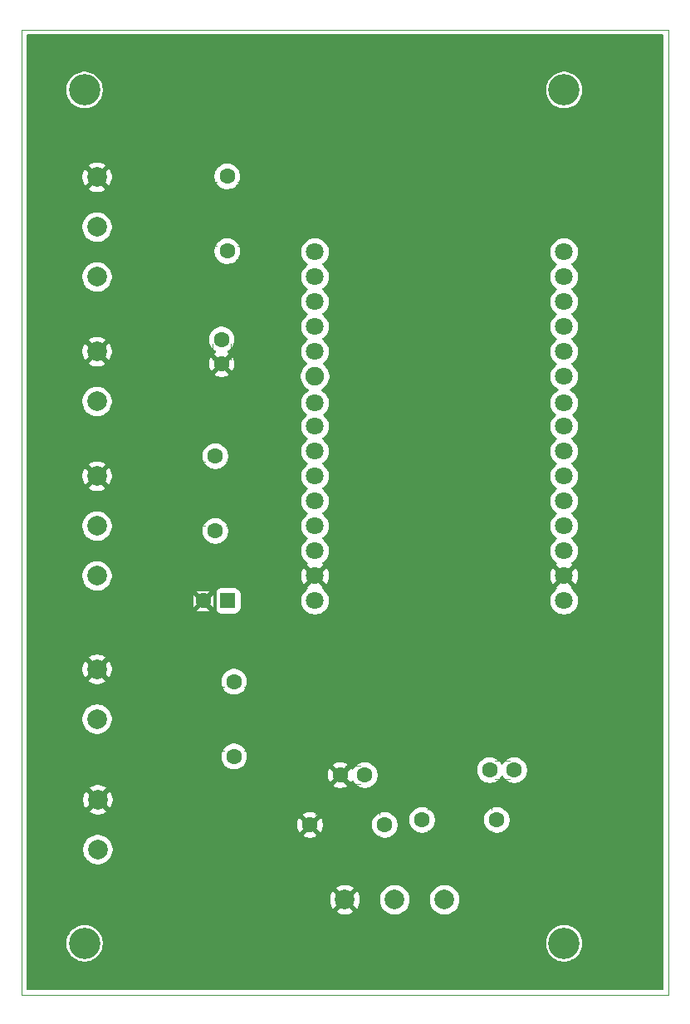
<source format=gbr>
%TF.GenerationSoftware,KiCad,Pcbnew,9.0.2*%
%TF.CreationDate,2025-07-09T12:35:09+01:00*%
%TF.ProjectId,Temperature-Controller,54656d70-6572-4617-9475-72652d436f6e,rev?*%
%TF.SameCoordinates,Original*%
%TF.FileFunction,Soldermask,Top*%
%TF.FilePolarity,Negative*%
%FSLAX46Y46*%
G04 Gerber Fmt 4.6, Leading zero omitted, Abs format (unit mm)*
G04 Created by KiCad (PCBNEW 9.0.2) date 2025-07-09 12:35:09*
%MOMM*%
%LPD*%
G01*
G04 APERTURE LIST*
G04 Aperture macros list*
%AMRoundRect*
0 Rectangle with rounded corners*
0 $1 Rounding radius*
0 $2 $3 $4 $5 $6 $7 $8 $9 X,Y pos of 4 corners*
0 Add a 4 corners polygon primitive as box body*
4,1,4,$2,$3,$4,$5,$6,$7,$8,$9,$2,$3,0*
0 Add four circle primitives for the rounded corners*
1,1,$1+$1,$2,$3*
1,1,$1+$1,$4,$5*
1,1,$1+$1,$6,$7*
1,1,$1+$1,$8,$9*
0 Add four rect primitives between the rounded corners*
20,1,$1+$1,$2,$3,$4,$5,0*
20,1,$1+$1,$4,$5,$6,$7,0*
20,1,$1+$1,$6,$7,$8,$9,0*
20,1,$1+$1,$8,$9,$2,$3,0*%
G04 Aperture macros list end*
%ADD10C,2.000000*%
%ADD11C,1.600000*%
%ADD12RoundRect,0.250000X0.550000X0.550000X-0.550000X0.550000X-0.550000X-0.550000X0.550000X-0.550000X0*%
%ADD13C,1.800000*%
%ADD14C,1.900000*%
%ADD15C,3.200000*%
%TA.AperFunction,ComponentPad*%
%ADD16C,2.000000*%
%TD*%
%TA.AperFunction,ComponentPad*%
%ADD17C,1.600000*%
%TD*%
%TA.AperFunction,ComponentPad*%
%ADD18RoundRect,0.250000X0.550000X0.550000X-0.550000X0.550000X-0.550000X-0.550000X0.550000X-0.550000X0*%
%TD*%
%TA.AperFunction,ComponentPad*%
%ADD19C,1.800000*%
%TD*%
%TA.AperFunction,ComponentPad*%
%ADD20C,1.900000*%
%TD*%
%ADD21C,0.150000*%
%ADD22C,0.120000*%
%TA.AperFunction,Profile*%
%ADD23C,0.050000*%
%TD*%
G04 APERTURE END LIST*
D10*
%TO.C,J2*%
X168275000Y-81280000D03*
X168275000Y-86360000D03*
X168275000Y-91440000D03*
%TD*%
D11*
%TO.C,C3*%
X193080000Y-111760000D03*
X195580000Y-111760000D03*
%TD*%
D12*
%TO.C,C1*%
X181610000Y-93980000D03*
D11*
X179110000Y-93980000D03*
%TD*%
D13*
%TO.C,U1*%
X190500000Y-58420000D03*
X190500000Y-60960000D03*
X190500000Y-63500000D03*
X190500000Y-66040000D03*
X190500000Y-68580000D03*
D14*
X190500000Y-71120000D03*
D13*
X190500000Y-73820000D03*
X190500000Y-76200000D03*
X190500000Y-81280000D03*
X190500000Y-78740000D03*
X190500000Y-83820000D03*
X190500000Y-86360000D03*
X190500000Y-88900000D03*
X190500000Y-91440000D03*
X190500000Y-93980000D03*
X215900000Y-58420000D03*
X215900000Y-60960000D03*
X215900000Y-63500000D03*
X215900000Y-66040000D03*
X215900000Y-68580000D03*
X215900000Y-71120000D03*
X215900000Y-73820000D03*
X215900000Y-76200000D03*
X215900000Y-78740000D03*
X215900000Y-81280000D03*
X215900000Y-83820000D03*
X215900000Y-86360000D03*
X215900000Y-88900000D03*
X215900000Y-91440000D03*
X215900000Y-93980000D03*
%TD*%
D15*
%TO.C,H3*%
X167005000Y-128905000D03*
%TD*%
D11*
%TO.C,R2*%
X182245000Y-109855000D03*
X182245000Y-102235000D03*
%TD*%
%TO.C,R1*%
X181550000Y-50730000D03*
X181550000Y-58350000D03*
%TD*%
%TO.C,C2*%
X180975000Y-69850000D03*
X180975000Y-67350000D03*
%TD*%
D15*
%TO.C,H2*%
X215900000Y-41910000D03*
%TD*%
%TO.C,H1*%
X167005000Y-41910000D03*
%TD*%
D10*
%TO.C,J3*%
X168275000Y-68580000D03*
X168275000Y-73660000D03*
%TD*%
D11*
%TO.C,C5*%
X208320000Y-111252000D03*
X210820000Y-111252000D03*
%TD*%
%TO.C,R3*%
X180340000Y-79248000D03*
X180340000Y-86868000D03*
%TD*%
%TO.C,R4*%
X197612000Y-116840000D03*
X189992000Y-116840000D03*
%TD*%
%TO.C,R5*%
X209042000Y-116332000D03*
X201422000Y-116332000D03*
%TD*%
D15*
%TO.C,H4*%
X215900000Y-128905000D03*
%TD*%
D10*
%TO.C,J1*%
X168275000Y-50800000D03*
X168275000Y-55880000D03*
X168275000Y-60960000D03*
%TD*%
%TO.C,J5*%
X193548000Y-124460000D03*
X198628000Y-124460000D03*
X203708000Y-124460000D03*
%TD*%
%TO.C,J4*%
X168275000Y-100965000D03*
X168275000Y-106045000D03*
%TD*%
%TO.C,J6*%
X168350000Y-114270000D03*
X168350000Y-119350000D03*
%TD*%
D16*
%TO.P,J2,1,Pin_1*%
%TO.N,GND*%
X168275000Y-81280000D03*
%TO.P,J2,2,Pin_2*%
%TO.N,/GPIO26*%
X168275000Y-86360000D03*
%TO.P,J2,3,Pin_3*%
%TO.N,+5V*%
X168275000Y-91440000D03*
%TD*%
D17*
%TO.P,C3,1*%
%TO.N,GND*%
X193080000Y-111760000D03*
%TO.P,C3,2*%
%TO.N,/GPIO33*%
X195580000Y-111760000D03*
%TD*%
D18*
%TO.P,C1,1*%
%TO.N,+5V*%
X181610000Y-93980000D03*
D17*
%TO.P,C1,2*%
%TO.N,GND*%
X179110000Y-93980000D03*
%TD*%
D19*
%TO.P,U1,1,EN*%
%TO.N,unconnected-(U1-EN-Pad1)*%
X190500000Y-58420000D03*
%TO.P,U1,2,Up*%
%TO.N,unconnected-(U1-Up-Pad2)*%
X190500000Y-60960000D03*
%TO.P,U1,3,UN*%
%TO.N,unconnected-(U1-UN-Pad3)*%
X190500000Y-63500000D03*
%TO.P,U1,4,GPIO34*%
%TO.N,unconnected-(U1-GPIO34-Pad4)*%
X190500000Y-66040000D03*
%TO.P,U1,5,GPIO35*%
%TO.N,unconnected-(U1-GPIO35-Pad5)*%
X190500000Y-68580000D03*
D20*
%TO.P,U1,6,GPIO32*%
%TO.N,unconnected-(U1-GPIO32-Pad6)*%
X190500000Y-71120000D03*
D19*
%TO.P,U1,7,GPIO33*%
%TO.N,/GPIO33*%
X190500000Y-73820000D03*
%TO.P,U1,8,GPIO25*%
%TO.N,/GPIO25*%
X190500000Y-76200000D03*
%TO.P,U1,9,GPIO26*%
%TO.N,/GPIO26*%
X190500000Y-81280000D03*
%TO.P,U1,10,GPIO27*%
%TO.N,/GPIO27*%
X190500000Y-78740000D03*
%TO.P,U1,11,GPIO14*%
%TO.N,unconnected-(U1-GPIO14-Pad11)*%
X190500000Y-83820000D03*
%TO.P,U1,12,GPIO12*%
%TO.N,unconnected-(U1-GPIO12-Pad12)*%
X190500000Y-86360000D03*
%TO.P,U1,13,GPIO13*%
%TO.N,unconnected-(U1-GPIO13-Pad13)*%
X190500000Y-88900000D03*
%TO.P,U1,14,GND1*%
%TO.N,GND*%
X190500000Y-91440000D03*
%TO.P,U1,15,VIN*%
%TO.N,+5V*%
X190500000Y-93980000D03*
%TO.P,U1,16,GPIO23*%
%TO.N,unconnected-(U1-GPIO23-Pad16)*%
X215900000Y-58420000D03*
%TO.P,U1,17,GPIO22*%
%TO.N,unconnected-(U1-GPIO22-Pad17)*%
X215900000Y-60960000D03*
%TO.P,U1,18,TX0*%
%TO.N,unconnected-(U1-TX0-Pad18)*%
X215900000Y-63500000D03*
%TO.P,U1,19,RX0*%
%TO.N,unconnected-(U1-RX0-Pad19)*%
X215900000Y-66040000D03*
%TO.P,U1,20,GPIO21*%
%TO.N,unconnected-(U1-GPIO21-Pad20)*%
X215900000Y-68580000D03*
%TO.P,U1,21,GPIO19*%
%TO.N,unconnected-(U1-GPIO19-Pad21)*%
X215900000Y-71120000D03*
%TO.P,U1,22,GPIO18*%
%TO.N,unconnected-(U1-GPIO18-Pad22)*%
X215900000Y-73820000D03*
%TO.P,U1,23,GPIO05*%
%TO.N,unconnected-(U1-GPIO05-Pad23)*%
X215900000Y-76200000D03*
%TO.P,U1,24,TX2*%
%TO.N,unconnected-(U1-TX2-Pad24)*%
X215900000Y-78740000D03*
%TO.P,U1,25,RX2*%
%TO.N,unconnected-(U1-RX2-Pad25)*%
X215900000Y-81280000D03*
%TO.P,U1,26,GPIO04*%
%TO.N,unconnected-(U1-GPIO04-Pad26)*%
X215900000Y-83820000D03*
%TO.P,U1,27,GPIO02*%
%TO.N,unconnected-(U1-GPIO02-Pad27)*%
X215900000Y-86360000D03*
%TO.P,U1,28,GPIO15*%
%TO.N,unconnected-(U1-GPIO15-Pad28)*%
X215900000Y-88900000D03*
%TO.P,U1,29,GND*%
%TO.N,GND*%
X215900000Y-91440000D03*
%TO.P,U1,30,+3V3*%
%TO.N,+3.3V*%
X215900000Y-93980000D03*
%TD*%
D17*
%TO.P,R2,1*%
%TO.N,Net-(J6-Pin_2)*%
X182245000Y-109855000D03*
%TO.P,R2,2*%
%TO.N,+5V*%
X182245000Y-102235000D03*
%TD*%
%TO.P,R1,1*%
%TO.N,Net-(J1-Pin_2)*%
X181550000Y-50730000D03*
%TO.P,R1,2*%
%TO.N,/GPIO25*%
X181550000Y-58350000D03*
%TD*%
%TO.P,C2,1*%
%TO.N,GND*%
X180975000Y-69850000D03*
%TO.P,C2,2*%
%TO.N,+5V*%
X180975000Y-67350000D03*
%TD*%
D16*
%TO.P,J3,1,Pin_1*%
%TO.N,GND*%
X168275000Y-68580000D03*
%TO.P,J3,2,Pin_2*%
%TO.N,/GPIO27*%
X168275000Y-73660000D03*
%TD*%
D17*
%TO.P,C5,1*%
%TO.N,/GPIO33*%
X208320000Y-111252000D03*
%TO.P,C5,2*%
%TO.N,+3.3V*%
X210820000Y-111252000D03*
%TD*%
%TO.P,R3,1*%
%TO.N,+5V*%
X180340000Y-79248000D03*
%TO.P,R3,2*%
%TO.N,/GPIO26*%
X180340000Y-86868000D03*
%TD*%
%TO.P,R4,1*%
%TO.N,/GPIO33*%
X197612000Y-116840000D03*
%TO.P,R4,2*%
%TO.N,GND*%
X189992000Y-116840000D03*
%TD*%
%TO.P,R5,1*%
%TO.N,+3.3V*%
X209042000Y-116332000D03*
%TO.P,R5,2*%
%TO.N,/GPIO33*%
X201422000Y-116332000D03*
%TD*%
D16*
%TO.P,J1,1,Pin_1*%
%TO.N,GND*%
X168275000Y-50800000D03*
%TO.P,J1,2,Pin_2*%
%TO.N,Net-(J1-Pin_2)*%
X168275000Y-55880000D03*
%TO.P,J1,3,Pin_3*%
%TO.N,+5V*%
X168275000Y-60960000D03*
%TD*%
%TO.P,J5,1,Pin_1*%
%TO.N,GND*%
X193548000Y-124460000D03*
%TO.P,J5,2,Pin_2*%
%TO.N,/GPIO33*%
X198628000Y-124460000D03*
%TO.P,J5,3,Pin_3*%
%TO.N,+3.3V*%
X203708000Y-124460000D03*
%TD*%
%TO.P,J4,1,Pin_1*%
%TO.N,GND*%
X168275000Y-100965000D03*
%TO.P,J4,2,Pin_2*%
%TO.N,+5V*%
X168275000Y-106045000D03*
%TD*%
%TO.P,J6,1,Pin_1*%
%TO.N,GND*%
X168350000Y-114270000D03*
%TO.P,J6,2,Pin_2*%
%TO.N,Net-(J6-Pin_2)*%
X168350000Y-119350000D03*
%TD*%
%TA.AperFunction,Conductor*%
%TO.N,GND*%
G36*
X225992539Y-36270185D02*
G01*
X226038294Y-36322989D01*
X226049500Y-36374500D01*
X226049500Y-133525500D01*
X226029815Y-133592539D01*
X225977011Y-133638294D01*
X225925500Y-133649500D01*
X161174500Y-133649500D01*
X161107461Y-133629815D01*
X161061706Y-133577011D01*
X161050500Y-133525500D01*
X161050500Y-128783711D01*
X165154500Y-128783711D01*
X165154500Y-129026288D01*
X165186161Y-129266785D01*
X165248947Y-129501104D01*
X165341773Y-129725205D01*
X165341776Y-129725212D01*
X165463064Y-129935289D01*
X165463066Y-129935292D01*
X165463067Y-129935293D01*
X165610733Y-130127736D01*
X165610739Y-130127743D01*
X165782256Y-130299260D01*
X165782262Y-130299265D01*
X165974711Y-130446936D01*
X166184788Y-130568224D01*
X166408900Y-130661054D01*
X166643211Y-130723838D01*
X166823586Y-130747584D01*
X166883711Y-130755500D01*
X166883712Y-130755500D01*
X167126289Y-130755500D01*
X167174388Y-130749167D01*
X167366789Y-130723838D01*
X167601100Y-130661054D01*
X167825212Y-130568224D01*
X168035289Y-130446936D01*
X168227738Y-130299265D01*
X168399265Y-130127738D01*
X168546936Y-129935289D01*
X168668224Y-129725212D01*
X168761054Y-129501100D01*
X168823838Y-129266789D01*
X168855500Y-129026288D01*
X168855500Y-128783712D01*
X168855500Y-128783711D01*
X214049500Y-128783711D01*
X214049500Y-129026288D01*
X214081161Y-129266785D01*
X214143947Y-129501104D01*
X214236773Y-129725205D01*
X214236776Y-129725212D01*
X214358064Y-129935289D01*
X214358066Y-129935292D01*
X214358067Y-129935293D01*
X214505733Y-130127736D01*
X214505739Y-130127743D01*
X214677256Y-130299260D01*
X214677262Y-130299265D01*
X214869711Y-130446936D01*
X215079788Y-130568224D01*
X215303900Y-130661054D01*
X215538211Y-130723838D01*
X215718586Y-130747584D01*
X215778711Y-130755500D01*
X215778712Y-130755500D01*
X216021289Y-130755500D01*
X216069388Y-130749167D01*
X216261789Y-130723838D01*
X216496100Y-130661054D01*
X216720212Y-130568224D01*
X216930289Y-130446936D01*
X217122738Y-130299265D01*
X217294265Y-130127738D01*
X217441936Y-129935289D01*
X217563224Y-129725212D01*
X217656054Y-129501100D01*
X217718838Y-129266789D01*
X217750500Y-129026288D01*
X217750500Y-128783712D01*
X217718838Y-128543211D01*
X217656054Y-128308900D01*
X217563224Y-128084788D01*
X217441936Y-127874711D01*
X217294265Y-127682262D01*
X217294260Y-127682256D01*
X217122743Y-127510739D01*
X217122736Y-127510733D01*
X216930293Y-127363067D01*
X216930292Y-127363066D01*
X216930289Y-127363064D01*
X216720212Y-127241776D01*
X216720205Y-127241773D01*
X216496104Y-127148947D01*
X216261785Y-127086161D01*
X216021289Y-127054500D01*
X216021288Y-127054500D01*
X215778712Y-127054500D01*
X215778711Y-127054500D01*
X215538214Y-127086161D01*
X215303895Y-127148947D01*
X215079794Y-127241773D01*
X215079785Y-127241777D01*
X214869706Y-127363067D01*
X214677263Y-127510733D01*
X214677256Y-127510739D01*
X214505739Y-127682256D01*
X214505733Y-127682263D01*
X214358067Y-127874706D01*
X214236777Y-128084785D01*
X214236773Y-128084794D01*
X214143947Y-128308895D01*
X214081161Y-128543214D01*
X214049500Y-128783711D01*
X168855500Y-128783711D01*
X168823838Y-128543211D01*
X168761054Y-128308900D01*
X168668224Y-128084788D01*
X168546936Y-127874711D01*
X168399265Y-127682262D01*
X168399260Y-127682256D01*
X168227743Y-127510739D01*
X168227736Y-127510733D01*
X168035293Y-127363067D01*
X168035292Y-127363066D01*
X168035289Y-127363064D01*
X167825212Y-127241776D01*
X167825205Y-127241773D01*
X167601104Y-127148947D01*
X167366785Y-127086161D01*
X167126289Y-127054500D01*
X167126288Y-127054500D01*
X166883712Y-127054500D01*
X166883711Y-127054500D01*
X166643214Y-127086161D01*
X166408895Y-127148947D01*
X166184794Y-127241773D01*
X166184785Y-127241777D01*
X165974706Y-127363067D01*
X165782263Y-127510733D01*
X165782256Y-127510739D01*
X165610739Y-127682256D01*
X165610733Y-127682263D01*
X165463067Y-127874706D01*
X165341777Y-128084785D01*
X165341773Y-128084794D01*
X165248947Y-128308895D01*
X165186161Y-128543214D01*
X165154500Y-128783711D01*
X161050500Y-128783711D01*
X161050500Y-124341947D01*
X192048000Y-124341947D01*
X192048000Y-124578052D01*
X192084934Y-124811247D01*
X192157897Y-125035802D01*
X192265087Y-125246174D01*
X192325338Y-125329104D01*
X192325340Y-125329105D01*
X193065037Y-124589408D01*
X193082075Y-124652993D01*
X193147901Y-124767007D01*
X193240993Y-124860099D01*
X193355007Y-124925925D01*
X193418590Y-124942962D01*
X192678893Y-125682658D01*
X192761828Y-125742914D01*
X192972197Y-125850102D01*
X193196752Y-125923065D01*
X193196751Y-125923065D01*
X193429948Y-125960000D01*
X193666052Y-125960000D01*
X193899247Y-125923065D01*
X194123802Y-125850102D01*
X194334163Y-125742918D01*
X194334169Y-125742914D01*
X194417104Y-125682658D01*
X194417105Y-125682658D01*
X193677408Y-124942962D01*
X193740993Y-124925925D01*
X193855007Y-124860099D01*
X193948099Y-124767007D01*
X194013925Y-124652993D01*
X194030962Y-124589408D01*
X194770658Y-125329105D01*
X194770658Y-125329104D01*
X194830914Y-125246169D01*
X194830918Y-125246163D01*
X194938102Y-125035802D01*
X195011065Y-124811247D01*
X195048000Y-124578052D01*
X195048000Y-124341947D01*
X195047993Y-124341902D01*
X197127500Y-124341902D01*
X197127500Y-124578097D01*
X197164446Y-124811368D01*
X197237433Y-125035996D01*
X197344519Y-125246163D01*
X197344657Y-125246433D01*
X197483483Y-125437510D01*
X197650490Y-125604517D01*
X197841567Y-125743343D01*
X197940991Y-125794002D01*
X198052003Y-125850566D01*
X198052005Y-125850566D01*
X198052008Y-125850568D01*
X198172412Y-125889689D01*
X198276631Y-125923553D01*
X198509903Y-125960500D01*
X198509908Y-125960500D01*
X198746097Y-125960500D01*
X198979368Y-125923553D01*
X198980870Y-125923065D01*
X199203992Y-125850568D01*
X199414433Y-125743343D01*
X199605510Y-125604517D01*
X199772517Y-125437510D01*
X199911343Y-125246433D01*
X200018568Y-125035992D01*
X200091553Y-124811368D01*
X200116637Y-124652993D01*
X200128500Y-124578097D01*
X200128500Y-124341902D01*
X202207500Y-124341902D01*
X202207500Y-124578097D01*
X202244446Y-124811368D01*
X202317433Y-125035996D01*
X202424519Y-125246163D01*
X202424657Y-125246433D01*
X202563483Y-125437510D01*
X202730490Y-125604517D01*
X202921567Y-125743343D01*
X203020991Y-125794002D01*
X203132003Y-125850566D01*
X203132005Y-125850566D01*
X203132008Y-125850568D01*
X203252412Y-125889689D01*
X203356631Y-125923553D01*
X203589903Y-125960500D01*
X203589908Y-125960500D01*
X203826097Y-125960500D01*
X204059368Y-125923553D01*
X204060870Y-125923065D01*
X204283992Y-125850568D01*
X204494433Y-125743343D01*
X204685510Y-125604517D01*
X204852517Y-125437510D01*
X204991343Y-125246433D01*
X205098568Y-125035992D01*
X205171553Y-124811368D01*
X205196637Y-124652993D01*
X205208500Y-124578097D01*
X205208500Y-124341902D01*
X205171553Y-124108631D01*
X205098566Y-123884003D01*
X204991477Y-123673830D01*
X204991343Y-123673567D01*
X204852517Y-123482490D01*
X204685510Y-123315483D01*
X204494433Y-123176657D01*
X204283996Y-123069433D01*
X204059368Y-122996446D01*
X203826097Y-122959500D01*
X203826092Y-122959500D01*
X203589908Y-122959500D01*
X203589903Y-122959500D01*
X203356631Y-122996446D01*
X203132003Y-123069433D01*
X202921566Y-123176657D01*
X202838047Y-123237338D01*
X202730490Y-123315483D01*
X202730488Y-123315485D01*
X202730487Y-123315485D01*
X202563485Y-123482487D01*
X202563485Y-123482488D01*
X202563483Y-123482490D01*
X202503862Y-123564550D01*
X202424657Y-123673566D01*
X202317433Y-123884003D01*
X202244446Y-124108631D01*
X202207500Y-124341902D01*
X200128500Y-124341902D01*
X200091553Y-124108631D01*
X200018566Y-123884003D01*
X199911477Y-123673830D01*
X199911343Y-123673567D01*
X199772517Y-123482490D01*
X199605510Y-123315483D01*
X199414433Y-123176657D01*
X199203996Y-123069433D01*
X198979368Y-122996446D01*
X198746097Y-122959500D01*
X198746092Y-122959500D01*
X198509908Y-122959500D01*
X198509903Y-122959500D01*
X198276631Y-122996446D01*
X198052003Y-123069433D01*
X197841566Y-123176657D01*
X197758047Y-123237338D01*
X197650490Y-123315483D01*
X197650488Y-123315485D01*
X197650487Y-123315485D01*
X197483485Y-123482487D01*
X197483485Y-123482488D01*
X197483483Y-123482490D01*
X197423862Y-123564550D01*
X197344657Y-123673566D01*
X197237433Y-123884003D01*
X197164446Y-124108631D01*
X197127500Y-124341902D01*
X195047993Y-124341902D01*
X195011065Y-124108752D01*
X194938102Y-123884197D01*
X194830914Y-123673828D01*
X194770658Y-123590894D01*
X194770658Y-123590893D01*
X194030962Y-124330590D01*
X194013925Y-124267007D01*
X193948099Y-124152993D01*
X193855007Y-124059901D01*
X193740993Y-123994075D01*
X193677409Y-123977037D01*
X194417105Y-123237340D01*
X194417104Y-123237338D01*
X194334174Y-123177087D01*
X194123802Y-123069897D01*
X193899247Y-122996934D01*
X193899248Y-122996934D01*
X193666052Y-122960000D01*
X193429948Y-122960000D01*
X193196752Y-122996934D01*
X192972197Y-123069897D01*
X192761830Y-123177084D01*
X192678894Y-123237340D01*
X193418591Y-123977037D01*
X193355007Y-123994075D01*
X193240993Y-124059901D01*
X193147901Y-124152993D01*
X193082075Y-124267007D01*
X193065037Y-124330590D01*
X192325340Y-123590894D01*
X192265084Y-123673830D01*
X192157897Y-123884197D01*
X192084934Y-124108752D01*
X192048000Y-124341947D01*
X161050500Y-124341947D01*
X161050500Y-119231902D01*
X166849500Y-119231902D01*
X166849500Y-119468097D01*
X166886446Y-119701368D01*
X166959433Y-119925996D01*
X167066657Y-120136433D01*
X167205483Y-120327510D01*
X167372490Y-120494517D01*
X167563567Y-120633343D01*
X167662991Y-120684002D01*
X167774003Y-120740566D01*
X167774005Y-120740566D01*
X167774008Y-120740568D01*
X167894412Y-120779689D01*
X167998631Y-120813553D01*
X168231903Y-120850500D01*
X168231908Y-120850500D01*
X168468097Y-120850500D01*
X168701368Y-120813553D01*
X168925992Y-120740568D01*
X169136433Y-120633343D01*
X169327510Y-120494517D01*
X169494517Y-120327510D01*
X169633343Y-120136433D01*
X169740568Y-119925992D01*
X169813553Y-119701368D01*
X169850500Y-119468097D01*
X169850500Y-119231902D01*
X169813553Y-118998631D01*
X169740566Y-118774003D01*
X169633342Y-118563566D01*
X169494517Y-118372490D01*
X169327510Y-118205483D01*
X169136433Y-118066657D01*
X168970768Y-117982246D01*
X168925996Y-117959433D01*
X168701368Y-117886446D01*
X168468097Y-117849500D01*
X168468092Y-117849500D01*
X168231908Y-117849500D01*
X168231903Y-117849500D01*
X167998631Y-117886446D01*
X167774003Y-117959433D01*
X167563566Y-118066657D01*
X167462619Y-118140000D01*
X167372490Y-118205483D01*
X167372488Y-118205485D01*
X167372487Y-118205485D01*
X167205485Y-118372487D01*
X167205485Y-118372488D01*
X167205483Y-118372490D01*
X167145862Y-118454550D01*
X167066657Y-118563566D01*
X166959433Y-118774003D01*
X166886446Y-118998631D01*
X166849500Y-119231902D01*
X161050500Y-119231902D01*
X161050500Y-116737682D01*
X188692000Y-116737682D01*
X188692000Y-116942317D01*
X188724009Y-117144417D01*
X188787244Y-117339031D01*
X188880141Y-117521350D01*
X188880147Y-117521359D01*
X188912523Y-117565921D01*
X188912524Y-117565922D01*
X189592000Y-116886446D01*
X189592000Y-116892661D01*
X189619259Y-116994394D01*
X189671920Y-117085606D01*
X189746394Y-117160080D01*
X189837606Y-117212741D01*
X189939339Y-117240000D01*
X189945553Y-117240000D01*
X189266076Y-117919474D01*
X189310650Y-117951859D01*
X189492968Y-118044755D01*
X189687582Y-118107990D01*
X189889683Y-118140000D01*
X190094317Y-118140000D01*
X190296417Y-118107990D01*
X190491031Y-118044755D01*
X190673349Y-117951859D01*
X190717921Y-117919474D01*
X190038447Y-117240000D01*
X190044661Y-117240000D01*
X190146394Y-117212741D01*
X190237606Y-117160080D01*
X190312080Y-117085606D01*
X190364741Y-116994394D01*
X190392000Y-116892661D01*
X190392000Y-116886447D01*
X191071474Y-117565921D01*
X191103859Y-117521349D01*
X191196755Y-117339031D01*
X191259990Y-117144417D01*
X191292000Y-116942317D01*
X191292000Y-116737682D01*
X191291995Y-116737648D01*
X196311500Y-116737648D01*
X196311500Y-116942351D01*
X196343522Y-117144534D01*
X196406781Y-117339223D01*
X196460313Y-117444284D01*
X196499585Y-117521359D01*
X196499715Y-117521613D01*
X196620028Y-117687213D01*
X196764786Y-117831971D01*
X196885226Y-117919474D01*
X196930390Y-117952287D01*
X197046607Y-118011503D01*
X197112776Y-118045218D01*
X197112778Y-118045218D01*
X197112781Y-118045220D01*
X197217137Y-118079127D01*
X197307465Y-118108477D01*
X197408557Y-118124488D01*
X197509648Y-118140500D01*
X197509649Y-118140500D01*
X197714351Y-118140500D01*
X197714352Y-118140500D01*
X197916534Y-118108477D01*
X198111219Y-118045220D01*
X198293610Y-117952287D01*
X198386590Y-117884732D01*
X198459213Y-117831971D01*
X198459215Y-117831968D01*
X198459219Y-117831966D01*
X198603966Y-117687219D01*
X198603968Y-117687215D01*
X198603971Y-117687213D01*
X198666987Y-117600477D01*
X198724287Y-117521610D01*
X198817220Y-117339219D01*
X198880477Y-117144534D01*
X198912500Y-116942352D01*
X198912500Y-116737648D01*
X198896485Y-116636534D01*
X198880477Y-116535465D01*
X198847623Y-116434351D01*
X198817220Y-116340781D01*
X198817218Y-116340778D01*
X198817218Y-116340776D01*
X198786796Y-116281071D01*
X198760595Y-116229648D01*
X200121500Y-116229648D01*
X200121500Y-116434351D01*
X200153522Y-116636534D01*
X200216781Y-116831223D01*
X200309715Y-117013613D01*
X200430028Y-117179213D01*
X200574786Y-117323971D01*
X200729749Y-117436556D01*
X200740390Y-117444287D01*
X200856607Y-117503503D01*
X200922776Y-117537218D01*
X200922778Y-117537218D01*
X200922781Y-117537220D01*
X201011114Y-117565921D01*
X201117465Y-117600477D01*
X201218557Y-117616488D01*
X201319648Y-117632500D01*
X201319649Y-117632500D01*
X201524351Y-117632500D01*
X201524352Y-117632500D01*
X201726534Y-117600477D01*
X201921219Y-117537220D01*
X202103610Y-117444287D01*
X202196590Y-117376732D01*
X202269213Y-117323971D01*
X202269215Y-117323968D01*
X202269219Y-117323966D01*
X202413966Y-117179219D01*
X202413968Y-117179215D01*
X202413971Y-117179213D01*
X202481979Y-117085606D01*
X202534287Y-117013610D01*
X202627220Y-116831219D01*
X202690477Y-116636534D01*
X202722500Y-116434352D01*
X202722500Y-116229648D01*
X207741500Y-116229648D01*
X207741500Y-116434351D01*
X207773522Y-116636534D01*
X207836781Y-116831223D01*
X207929715Y-117013613D01*
X208050028Y-117179213D01*
X208194786Y-117323971D01*
X208349749Y-117436556D01*
X208360390Y-117444287D01*
X208476607Y-117503503D01*
X208542776Y-117537218D01*
X208542778Y-117537218D01*
X208542781Y-117537220D01*
X208631114Y-117565921D01*
X208737465Y-117600477D01*
X208838557Y-117616488D01*
X208939648Y-117632500D01*
X208939649Y-117632500D01*
X209144351Y-117632500D01*
X209144352Y-117632500D01*
X209346534Y-117600477D01*
X209541219Y-117537220D01*
X209723610Y-117444287D01*
X209816590Y-117376732D01*
X209889213Y-117323971D01*
X209889215Y-117323968D01*
X209889219Y-117323966D01*
X210033966Y-117179219D01*
X210033968Y-117179215D01*
X210033971Y-117179213D01*
X210101979Y-117085606D01*
X210154287Y-117013610D01*
X210247220Y-116831219D01*
X210310477Y-116636534D01*
X210342500Y-116434352D01*
X210342500Y-116229648D01*
X210310477Y-116027466D01*
X210247220Y-115832781D01*
X210247218Y-115832778D01*
X210247218Y-115832776D01*
X210193685Y-115727713D01*
X210154287Y-115650390D01*
X210143283Y-115635244D01*
X210033971Y-115484786D01*
X209889213Y-115340028D01*
X209723613Y-115219715D01*
X209723612Y-115219714D01*
X209723610Y-115219713D01*
X209666653Y-115190691D01*
X209541223Y-115126781D01*
X209346534Y-115063522D01*
X209171995Y-115035878D01*
X209144352Y-115031500D01*
X208939648Y-115031500D01*
X208915329Y-115035351D01*
X208737465Y-115063522D01*
X208542776Y-115126781D01*
X208360386Y-115219715D01*
X208194786Y-115340028D01*
X208050028Y-115484786D01*
X207929715Y-115650386D01*
X207836781Y-115832776D01*
X207773522Y-116027465D01*
X207741500Y-116229648D01*
X202722500Y-116229648D01*
X202690477Y-116027466D01*
X202627220Y-115832781D01*
X202627218Y-115832778D01*
X202627218Y-115832776D01*
X202573685Y-115727713D01*
X202534287Y-115650390D01*
X202523283Y-115635244D01*
X202413971Y-115484786D01*
X202269213Y-115340028D01*
X202103613Y-115219715D01*
X202103612Y-115219714D01*
X202103610Y-115219713D01*
X202046653Y-115190691D01*
X201921223Y-115126781D01*
X201726534Y-115063522D01*
X201551995Y-115035878D01*
X201524352Y-115031500D01*
X201319648Y-115031500D01*
X201295329Y-115035351D01*
X201117465Y-115063522D01*
X200922776Y-115126781D01*
X200740386Y-115219715D01*
X200574786Y-115340028D01*
X200430028Y-115484786D01*
X200309715Y-115650386D01*
X200216781Y-115832776D01*
X200153522Y-116027465D01*
X200121500Y-116229648D01*
X198760595Y-116229648D01*
X198724284Y-116158385D01*
X198603971Y-115992786D01*
X198459213Y-115848028D01*
X198293613Y-115727715D01*
X198293612Y-115727714D01*
X198293610Y-115727713D01*
X198219304Y-115689852D01*
X198111223Y-115634781D01*
X197916534Y-115571522D01*
X197741995Y-115543878D01*
X197714352Y-115539500D01*
X197509648Y-115539500D01*
X197485329Y-115543351D01*
X197307465Y-115571522D01*
X197112776Y-115634781D01*
X196930386Y-115727715D01*
X196764786Y-115848028D01*
X196620028Y-115992786D01*
X196499715Y-116158386D01*
X196406781Y-116340776D01*
X196343522Y-116535465D01*
X196311500Y-116737648D01*
X191291995Y-116737648D01*
X191259990Y-116535582D01*
X191196755Y-116340968D01*
X191103859Y-116158650D01*
X191071474Y-116114077D01*
X191071474Y-116114076D01*
X190392000Y-116793551D01*
X190392000Y-116787339D01*
X190364741Y-116685606D01*
X190312080Y-116594394D01*
X190237606Y-116519920D01*
X190146394Y-116467259D01*
X190044661Y-116440000D01*
X190038446Y-116440000D01*
X190717922Y-115760524D01*
X190717921Y-115760523D01*
X190673359Y-115728147D01*
X190673350Y-115728141D01*
X190491031Y-115635244D01*
X190296417Y-115572009D01*
X190094317Y-115540000D01*
X189889683Y-115540000D01*
X189687582Y-115572009D01*
X189492968Y-115635244D01*
X189310644Y-115728143D01*
X189266077Y-115760523D01*
X189266077Y-115760524D01*
X189945554Y-116440000D01*
X189939339Y-116440000D01*
X189837606Y-116467259D01*
X189746394Y-116519920D01*
X189671920Y-116594394D01*
X189619259Y-116685606D01*
X189592000Y-116787339D01*
X189592000Y-116793553D01*
X188912524Y-116114077D01*
X188912523Y-116114077D01*
X188880143Y-116158644D01*
X188787244Y-116340968D01*
X188724009Y-116535582D01*
X188692000Y-116737682D01*
X161050500Y-116737682D01*
X161050500Y-114151947D01*
X166850000Y-114151947D01*
X166850000Y-114388052D01*
X166886934Y-114621247D01*
X166959897Y-114845802D01*
X167067087Y-115056174D01*
X167127338Y-115139104D01*
X167127340Y-115139105D01*
X167867037Y-114399408D01*
X167884075Y-114462993D01*
X167949901Y-114577007D01*
X168042993Y-114670099D01*
X168157007Y-114735925D01*
X168220590Y-114752962D01*
X167480893Y-115492658D01*
X167563828Y-115552914D01*
X167774197Y-115660102D01*
X167998752Y-115733065D01*
X167998751Y-115733065D01*
X168231948Y-115770000D01*
X168468052Y-115770000D01*
X168701247Y-115733065D01*
X168834245Y-115689852D01*
X168925802Y-115660102D01*
X169136163Y-115552918D01*
X169136169Y-115552914D01*
X169219104Y-115492658D01*
X169219105Y-115492658D01*
X168479408Y-114752962D01*
X168542993Y-114735925D01*
X168657007Y-114670099D01*
X168750099Y-114577007D01*
X168815925Y-114462993D01*
X168832962Y-114399409D01*
X169572658Y-115139105D01*
X169572658Y-115139104D01*
X169632914Y-115056169D01*
X169632918Y-115056163D01*
X169740102Y-114845802D01*
X169813065Y-114621247D01*
X169850000Y-114388052D01*
X169850000Y-114151947D01*
X169813065Y-113918752D01*
X169740102Y-113694197D01*
X169632914Y-113483828D01*
X169572658Y-113400894D01*
X169572658Y-113400893D01*
X168832962Y-114140590D01*
X168815925Y-114077007D01*
X168750099Y-113962993D01*
X168657007Y-113869901D01*
X168542993Y-113804075D01*
X168479409Y-113787037D01*
X169219105Y-113047340D01*
X169219104Y-113047338D01*
X169136174Y-112987087D01*
X168970556Y-112902700D01*
X168925802Y-112879897D01*
X168701247Y-112806934D01*
X168701248Y-112806934D01*
X168468052Y-112770000D01*
X168231948Y-112770000D01*
X167998752Y-112806934D01*
X167774197Y-112879897D01*
X167563830Y-112987084D01*
X167480894Y-113047340D01*
X168220591Y-113787037D01*
X168157007Y-113804075D01*
X168042993Y-113869901D01*
X167949901Y-113962993D01*
X167884075Y-114077007D01*
X167867037Y-114140590D01*
X167127340Y-113400894D01*
X167067084Y-113483830D01*
X166959897Y-113694197D01*
X166886934Y-113918752D01*
X166850000Y-114151947D01*
X161050500Y-114151947D01*
X161050500Y-111657682D01*
X191780000Y-111657682D01*
X191780000Y-111862317D01*
X191812009Y-112064417D01*
X191875244Y-112259031D01*
X191968141Y-112441350D01*
X191968147Y-112441359D01*
X192000523Y-112485921D01*
X192000524Y-112485922D01*
X192680000Y-111806446D01*
X192680000Y-111812661D01*
X192707259Y-111914394D01*
X192759920Y-112005606D01*
X192834394Y-112080080D01*
X192925606Y-112132741D01*
X193027339Y-112160000D01*
X193033553Y-112160000D01*
X192354076Y-112839474D01*
X192398650Y-112871859D01*
X192580968Y-112964755D01*
X192775582Y-113027990D01*
X192977683Y-113060000D01*
X193182317Y-113060000D01*
X193384417Y-113027990D01*
X193579031Y-112964755D01*
X193761349Y-112871859D01*
X193805921Y-112839474D01*
X193126447Y-112160000D01*
X193132661Y-112160000D01*
X193234394Y-112132741D01*
X193325606Y-112080080D01*
X193400080Y-112005606D01*
X193452741Y-111914394D01*
X193480000Y-111812661D01*
X193480000Y-111806447D01*
X194159474Y-112485921D01*
X194191859Y-112441349D01*
X194219233Y-112387624D01*
X194267207Y-112336827D01*
X194335028Y-112320031D01*
X194401163Y-112342567D01*
X194440203Y-112387621D01*
X194467713Y-112441611D01*
X194588028Y-112607213D01*
X194732786Y-112751971D01*
X194853226Y-112839474D01*
X194898390Y-112872287D01*
X195014607Y-112931503D01*
X195080776Y-112965218D01*
X195080778Y-112965218D01*
X195080781Y-112965220D01*
X195148081Y-112987087D01*
X195275465Y-113028477D01*
X195376557Y-113044488D01*
X195477648Y-113060500D01*
X195477649Y-113060500D01*
X195682351Y-113060500D01*
X195682352Y-113060500D01*
X195884534Y-113028477D01*
X196079219Y-112965220D01*
X196261610Y-112872287D01*
X196354590Y-112804732D01*
X196427213Y-112751971D01*
X196427215Y-112751968D01*
X196427219Y-112751966D01*
X196571966Y-112607219D01*
X196571968Y-112607215D01*
X196571971Y-112607213D01*
X196634987Y-112520477D01*
X196692287Y-112441610D01*
X196785220Y-112259219D01*
X196848477Y-112064534D01*
X196880500Y-111862352D01*
X196880500Y-111657648D01*
X196864485Y-111556534D01*
X196848477Y-111455465D01*
X196815623Y-111354351D01*
X196785220Y-111260781D01*
X196785218Y-111260778D01*
X196785218Y-111260776D01*
X196754796Y-111201071D01*
X196742750Y-111177429D01*
X196728595Y-111149648D01*
X207019500Y-111149648D01*
X207019500Y-111354351D01*
X207051522Y-111556534D01*
X207114781Y-111751223D01*
X207207715Y-111933613D01*
X207328028Y-112099213D01*
X207472786Y-112243971D01*
X207577476Y-112320031D01*
X207638390Y-112364287D01*
X207754607Y-112423503D01*
X207820776Y-112457218D01*
X207820778Y-112457218D01*
X207820781Y-112457220D01*
X207909114Y-112485921D01*
X208015465Y-112520477D01*
X208116557Y-112536488D01*
X208217648Y-112552500D01*
X208217649Y-112552500D01*
X208422351Y-112552500D01*
X208422352Y-112552500D01*
X208624534Y-112520477D01*
X208819219Y-112457220D01*
X209001610Y-112364287D01*
X209094590Y-112296732D01*
X209167213Y-112243971D01*
X209167215Y-112243968D01*
X209167219Y-112243966D01*
X209311966Y-112099219D01*
X209311968Y-112099215D01*
X209311971Y-112099213D01*
X209379979Y-112005606D01*
X209432287Y-111933610D01*
X209459515Y-111880171D01*
X209507490Y-111829376D01*
X209575311Y-111812581D01*
X209641446Y-111835118D01*
X209680485Y-111880172D01*
X209707715Y-111933613D01*
X209828028Y-112099213D01*
X209972786Y-112243971D01*
X210077476Y-112320031D01*
X210138390Y-112364287D01*
X210254607Y-112423503D01*
X210320776Y-112457218D01*
X210320778Y-112457218D01*
X210320781Y-112457220D01*
X210409114Y-112485921D01*
X210515465Y-112520477D01*
X210616557Y-112536488D01*
X210717648Y-112552500D01*
X210717649Y-112552500D01*
X210922351Y-112552500D01*
X210922352Y-112552500D01*
X211124534Y-112520477D01*
X211319219Y-112457220D01*
X211501610Y-112364287D01*
X211594590Y-112296732D01*
X211667213Y-112243971D01*
X211667215Y-112243968D01*
X211667219Y-112243966D01*
X211811966Y-112099219D01*
X211811968Y-112099215D01*
X211811971Y-112099213D01*
X211879979Y-112005606D01*
X211932287Y-111933610D01*
X212025220Y-111751219D01*
X212088477Y-111556534D01*
X212120500Y-111354352D01*
X212120500Y-111149648D01*
X212106336Y-111060220D01*
X212088477Y-110947465D01*
X212025218Y-110752776D01*
X211982470Y-110668880D01*
X211932287Y-110570390D01*
X211921283Y-110555244D01*
X211811971Y-110404786D01*
X211667213Y-110260028D01*
X211501613Y-110139715D01*
X211501612Y-110139714D01*
X211501610Y-110139713D01*
X211444653Y-110110691D01*
X211319223Y-110046781D01*
X211124534Y-109983522D01*
X210949995Y-109955878D01*
X210922352Y-109951500D01*
X210717648Y-109951500D01*
X210693329Y-109955351D01*
X210515465Y-109983522D01*
X210320776Y-110046781D01*
X210138386Y-110139715D01*
X209972786Y-110260028D01*
X209828028Y-110404786D01*
X209707713Y-110570388D01*
X209680484Y-110623828D01*
X209632510Y-110674623D01*
X209564688Y-110691418D01*
X209498554Y-110668880D01*
X209459516Y-110623828D01*
X209432286Y-110570388D01*
X209311971Y-110404786D01*
X209167213Y-110260028D01*
X209001613Y-110139715D01*
X209001612Y-110139714D01*
X209001610Y-110139713D01*
X208944653Y-110110691D01*
X208819223Y-110046781D01*
X208624534Y-109983522D01*
X208449995Y-109955878D01*
X208422352Y-109951500D01*
X208217648Y-109951500D01*
X208193329Y-109955351D01*
X208015465Y-109983522D01*
X207820776Y-110046781D01*
X207638386Y-110139715D01*
X207472786Y-110260028D01*
X207328028Y-110404786D01*
X207207715Y-110570386D01*
X207114781Y-110752776D01*
X207051522Y-110947465D01*
X207019500Y-111149648D01*
X196728595Y-111149648D01*
X196692287Y-111078390D01*
X196692285Y-111078387D01*
X196692284Y-111078385D01*
X196571971Y-110912786D01*
X196427213Y-110768028D01*
X196261613Y-110647715D01*
X196261612Y-110647714D01*
X196261610Y-110647713D01*
X196204653Y-110618691D01*
X196079223Y-110554781D01*
X195884534Y-110491522D01*
X195709995Y-110463878D01*
X195682352Y-110459500D01*
X195477648Y-110459500D01*
X195453329Y-110463351D01*
X195275465Y-110491522D01*
X195080776Y-110554781D01*
X194898386Y-110647715D01*
X194732786Y-110768028D01*
X194588028Y-110912786D01*
X194467714Y-111078386D01*
X194440203Y-111132379D01*
X194392227Y-111183174D01*
X194324406Y-111199968D01*
X194258272Y-111177429D01*
X194219234Y-111132376D01*
X194191861Y-111078652D01*
X194159474Y-111034077D01*
X194159474Y-111034076D01*
X193480000Y-111713551D01*
X193480000Y-111707339D01*
X193452741Y-111605606D01*
X193400080Y-111514394D01*
X193325606Y-111439920D01*
X193234394Y-111387259D01*
X193132661Y-111360000D01*
X193126446Y-111360000D01*
X193805922Y-110680524D01*
X193805921Y-110680523D01*
X193761359Y-110648147D01*
X193761350Y-110648141D01*
X193579031Y-110555244D01*
X193384417Y-110492009D01*
X193182317Y-110460000D01*
X192977683Y-110460000D01*
X192775582Y-110492009D01*
X192580968Y-110555244D01*
X192398644Y-110648143D01*
X192354077Y-110680523D01*
X192354077Y-110680524D01*
X193033554Y-111360000D01*
X193027339Y-111360000D01*
X192925606Y-111387259D01*
X192834394Y-111439920D01*
X192759920Y-111514394D01*
X192707259Y-111605606D01*
X192680000Y-111707339D01*
X192680000Y-111713553D01*
X192000524Y-111034077D01*
X192000523Y-111034077D01*
X191968143Y-111078644D01*
X191875244Y-111260968D01*
X191812009Y-111455582D01*
X191780000Y-111657682D01*
X161050500Y-111657682D01*
X161050500Y-109752648D01*
X180944500Y-109752648D01*
X180944500Y-109957351D01*
X180976522Y-110159534D01*
X181039781Y-110354223D01*
X181065545Y-110404786D01*
X181109739Y-110491522D01*
X181132715Y-110536613D01*
X181253028Y-110702213D01*
X181397786Y-110846971D01*
X181552749Y-110959556D01*
X181563390Y-110967287D01*
X181679607Y-111026503D01*
X181745776Y-111060218D01*
X181745778Y-111060218D01*
X181745781Y-111060220D01*
X181802509Y-111078652D01*
X181940465Y-111123477D01*
X181996651Y-111132376D01*
X182142648Y-111155500D01*
X182142649Y-111155500D01*
X182347351Y-111155500D01*
X182347352Y-111155500D01*
X182549534Y-111123477D01*
X182744219Y-111060220D01*
X182926610Y-110967287D01*
X183032163Y-110890599D01*
X183092213Y-110846971D01*
X183092215Y-110846968D01*
X183092219Y-110846966D01*
X183236966Y-110702219D01*
X183357287Y-110536610D01*
X183450220Y-110354219D01*
X183513477Y-110159534D01*
X183545500Y-109957352D01*
X183545500Y-109752648D01*
X183513477Y-109550466D01*
X183450220Y-109355781D01*
X183450218Y-109355778D01*
X183450218Y-109355776D01*
X183416503Y-109289607D01*
X183357287Y-109173390D01*
X183349556Y-109162749D01*
X183236971Y-109007786D01*
X183092213Y-108863028D01*
X182926613Y-108742715D01*
X182926612Y-108742714D01*
X182926610Y-108742713D01*
X182869653Y-108713691D01*
X182744223Y-108649781D01*
X182549534Y-108586522D01*
X182374995Y-108558878D01*
X182347352Y-108554500D01*
X182142648Y-108554500D01*
X182118329Y-108558351D01*
X181940465Y-108586522D01*
X181745776Y-108649781D01*
X181563386Y-108742715D01*
X181397786Y-108863028D01*
X181253028Y-109007786D01*
X181132715Y-109173386D01*
X181039781Y-109355776D01*
X180976522Y-109550465D01*
X180944500Y-109752648D01*
X161050500Y-109752648D01*
X161050500Y-105926902D01*
X166774500Y-105926902D01*
X166774500Y-106163097D01*
X166811446Y-106396368D01*
X166884433Y-106620996D01*
X166991657Y-106831433D01*
X167130483Y-107022510D01*
X167297490Y-107189517D01*
X167488567Y-107328343D01*
X167587991Y-107379002D01*
X167699003Y-107435566D01*
X167699005Y-107435566D01*
X167699008Y-107435568D01*
X167819412Y-107474689D01*
X167923631Y-107508553D01*
X168156903Y-107545500D01*
X168156908Y-107545500D01*
X168393097Y-107545500D01*
X168626368Y-107508553D01*
X168850992Y-107435568D01*
X169061433Y-107328343D01*
X169252510Y-107189517D01*
X169419517Y-107022510D01*
X169558343Y-106831433D01*
X169665568Y-106620992D01*
X169738553Y-106396368D01*
X169775500Y-106163097D01*
X169775500Y-105926902D01*
X169738553Y-105693631D01*
X169665566Y-105469003D01*
X169558342Y-105258566D01*
X169419517Y-105067490D01*
X169252510Y-104900483D01*
X169061433Y-104761657D01*
X168850996Y-104654433D01*
X168626368Y-104581446D01*
X168393097Y-104544500D01*
X168393092Y-104544500D01*
X168156908Y-104544500D01*
X168156903Y-104544500D01*
X167923631Y-104581446D01*
X167699003Y-104654433D01*
X167488566Y-104761657D01*
X167379550Y-104840862D01*
X167297490Y-104900483D01*
X167297488Y-104900485D01*
X167297487Y-104900485D01*
X167130485Y-105067487D01*
X167130485Y-105067488D01*
X167130483Y-105067490D01*
X167070862Y-105149550D01*
X166991657Y-105258566D01*
X166884433Y-105469003D01*
X166811446Y-105693631D01*
X166774500Y-105926902D01*
X161050500Y-105926902D01*
X161050500Y-100846947D01*
X166775000Y-100846947D01*
X166775000Y-101083052D01*
X166811934Y-101316247D01*
X166884897Y-101540802D01*
X166992087Y-101751174D01*
X167052338Y-101834104D01*
X167052340Y-101834105D01*
X167792037Y-101094408D01*
X167809075Y-101157993D01*
X167874901Y-101272007D01*
X167967993Y-101365099D01*
X168082007Y-101430925D01*
X168145590Y-101447962D01*
X167405893Y-102187658D01*
X167488828Y-102247914D01*
X167699197Y-102355102D01*
X167923752Y-102428065D01*
X167923751Y-102428065D01*
X168156948Y-102465000D01*
X168393052Y-102465000D01*
X168626247Y-102428065D01*
X168850802Y-102355102D01*
X169061163Y-102247918D01*
X169061169Y-102247914D01*
X169144104Y-102187658D01*
X169144105Y-102187658D01*
X169089095Y-102132648D01*
X180944500Y-102132648D01*
X180944500Y-102337351D01*
X180976522Y-102539534D01*
X181039781Y-102734223D01*
X181132715Y-102916613D01*
X181253028Y-103082213D01*
X181397786Y-103226971D01*
X181552749Y-103339556D01*
X181563390Y-103347287D01*
X181679607Y-103406503D01*
X181745776Y-103440218D01*
X181745778Y-103440218D01*
X181745781Y-103440220D01*
X181850137Y-103474127D01*
X181940465Y-103503477D01*
X182041557Y-103519488D01*
X182142648Y-103535500D01*
X182142649Y-103535500D01*
X182347351Y-103535500D01*
X182347352Y-103535500D01*
X182549534Y-103503477D01*
X182744219Y-103440220D01*
X182926610Y-103347287D01*
X183019590Y-103279732D01*
X183092213Y-103226971D01*
X183092215Y-103226968D01*
X183092219Y-103226966D01*
X183236966Y-103082219D01*
X183236968Y-103082215D01*
X183236971Y-103082213D01*
X183289732Y-103009590D01*
X183357287Y-102916610D01*
X183450220Y-102734219D01*
X183513477Y-102539534D01*
X183545500Y-102337352D01*
X183545500Y-102132648D01*
X183513477Y-101930466D01*
X183450220Y-101735781D01*
X183450218Y-101735778D01*
X183450218Y-101735776D01*
X183416503Y-101669607D01*
X183357287Y-101553390D01*
X183348141Y-101540802D01*
X183236971Y-101387786D01*
X183092213Y-101243028D01*
X182926613Y-101122715D01*
X182926612Y-101122714D01*
X182926610Y-101122713D01*
X182848771Y-101083052D01*
X182744223Y-101029781D01*
X182549534Y-100966522D01*
X182374995Y-100938878D01*
X182347352Y-100934500D01*
X182142648Y-100934500D01*
X182118329Y-100938351D01*
X181940465Y-100966522D01*
X181745776Y-101029781D01*
X181563386Y-101122715D01*
X181397786Y-101243028D01*
X181253028Y-101387786D01*
X181132715Y-101553386D01*
X181039781Y-101735776D01*
X180976522Y-101930465D01*
X180944500Y-102132648D01*
X169089095Y-102132648D01*
X168404408Y-101447962D01*
X168467993Y-101430925D01*
X168582007Y-101365099D01*
X168675099Y-101272007D01*
X168740925Y-101157993D01*
X168757962Y-101094408D01*
X169497658Y-101834105D01*
X169497658Y-101834104D01*
X169557914Y-101751169D01*
X169557918Y-101751163D01*
X169665102Y-101540802D01*
X169738065Y-101316247D01*
X169775000Y-101083052D01*
X169775000Y-100846947D01*
X169738065Y-100613752D01*
X169665102Y-100389197D01*
X169557914Y-100178828D01*
X169497658Y-100095894D01*
X169497658Y-100095893D01*
X168757962Y-100835590D01*
X168740925Y-100772007D01*
X168675099Y-100657993D01*
X168582007Y-100564901D01*
X168467993Y-100499075D01*
X168404409Y-100482037D01*
X169144105Y-99742340D01*
X169144104Y-99742338D01*
X169061174Y-99682087D01*
X168850802Y-99574897D01*
X168626247Y-99501934D01*
X168626248Y-99501934D01*
X168393052Y-99465000D01*
X168156948Y-99465000D01*
X167923752Y-99501934D01*
X167699197Y-99574897D01*
X167488830Y-99682084D01*
X167405894Y-99742340D01*
X168145591Y-100482037D01*
X168082007Y-100499075D01*
X167967993Y-100564901D01*
X167874901Y-100657993D01*
X167809075Y-100772007D01*
X167792037Y-100835591D01*
X167052340Y-100095894D01*
X166992084Y-100178830D01*
X166884897Y-100389197D01*
X166811934Y-100613752D01*
X166775000Y-100846947D01*
X161050500Y-100846947D01*
X161050500Y-93877682D01*
X177810000Y-93877682D01*
X177810000Y-94082317D01*
X177842009Y-94284417D01*
X177905244Y-94479031D01*
X177998141Y-94661350D01*
X177998147Y-94661359D01*
X178030523Y-94705921D01*
X178030524Y-94705922D01*
X178710000Y-94026446D01*
X178710000Y-94032661D01*
X178737259Y-94134394D01*
X178789920Y-94225606D01*
X178864394Y-94300080D01*
X178955606Y-94352741D01*
X179057339Y-94380000D01*
X179063553Y-94380000D01*
X178384076Y-95059474D01*
X178428650Y-95091859D01*
X178610968Y-95184755D01*
X178805582Y-95247990D01*
X179007683Y-95280000D01*
X179212317Y-95280000D01*
X179414417Y-95247990D01*
X179609031Y-95184755D01*
X179791349Y-95091859D01*
X179835921Y-95059474D01*
X179156447Y-94380000D01*
X179162661Y-94380000D01*
X179264394Y-94352741D01*
X179355606Y-94300080D01*
X179430080Y-94225606D01*
X179482741Y-94134394D01*
X179510000Y-94032661D01*
X179510000Y-94026448D01*
X180189473Y-94705921D01*
X180227280Y-94702946D01*
X180295658Y-94717310D01*
X180345415Y-94766361D01*
X180354714Y-94787556D01*
X180375186Y-94849334D01*
X180467288Y-94998656D01*
X180591344Y-95122712D01*
X180740666Y-95214814D01*
X180907203Y-95269999D01*
X181009991Y-95280500D01*
X182210008Y-95280499D01*
X182312797Y-95269999D01*
X182479334Y-95214814D01*
X182628656Y-95122712D01*
X182752712Y-94998656D01*
X182844814Y-94849334D01*
X182899999Y-94682797D01*
X182910500Y-94580009D01*
X182910499Y-93379992D01*
X182899999Y-93277203D01*
X182844814Y-93110666D01*
X182752712Y-92961344D01*
X182628656Y-92837288D01*
X182479334Y-92745186D01*
X182312797Y-92690001D01*
X182312795Y-92690000D01*
X182210010Y-92679500D01*
X181009998Y-92679500D01*
X181009981Y-92679501D01*
X180907203Y-92690000D01*
X180907200Y-92690001D01*
X180740668Y-92745185D01*
X180740663Y-92745187D01*
X180591342Y-92837289D01*
X180467289Y-92961342D01*
X180375187Y-93110663D01*
X180375185Y-93110668D01*
X180354717Y-93172438D01*
X180314944Y-93229883D01*
X180250428Y-93256706D01*
X180227283Y-93257052D01*
X180189474Y-93254076D01*
X179510000Y-93933551D01*
X179510000Y-93927339D01*
X179482741Y-93825606D01*
X179430080Y-93734394D01*
X179355606Y-93659920D01*
X179264394Y-93607259D01*
X179162661Y-93580000D01*
X179156446Y-93580000D01*
X179835922Y-92900524D01*
X179835921Y-92900523D01*
X179791359Y-92868147D01*
X179791350Y-92868141D01*
X179609031Y-92775244D01*
X179414417Y-92712009D01*
X179212317Y-92680000D01*
X179007683Y-92680000D01*
X178805582Y-92712009D01*
X178610968Y-92775244D01*
X178428644Y-92868143D01*
X178384077Y-92900523D01*
X178384077Y-92900524D01*
X179063554Y-93580000D01*
X179057339Y-93580000D01*
X178955606Y-93607259D01*
X178864394Y-93659920D01*
X178789920Y-93734394D01*
X178737259Y-93825606D01*
X178710000Y-93927339D01*
X178710000Y-93933553D01*
X178030524Y-93254077D01*
X178030523Y-93254077D01*
X177998143Y-93298644D01*
X177905244Y-93480968D01*
X177842009Y-93675582D01*
X177810000Y-93877682D01*
X161050500Y-93877682D01*
X161050500Y-91321902D01*
X166774500Y-91321902D01*
X166774500Y-91558097D01*
X166811446Y-91791368D01*
X166884433Y-92015996D01*
X166964819Y-92173760D01*
X166991657Y-92226433D01*
X167130483Y-92417510D01*
X167297490Y-92584517D01*
X167488567Y-92723343D01*
X167587991Y-92774002D01*
X167699003Y-92830566D01*
X167699005Y-92830566D01*
X167699008Y-92830568D01*
X167814645Y-92868141D01*
X167923631Y-92903553D01*
X168156903Y-92940500D01*
X168156908Y-92940500D01*
X168393097Y-92940500D01*
X168626368Y-92903553D01*
X168635693Y-92900523D01*
X168850992Y-92830568D01*
X169061433Y-92723343D01*
X169252510Y-92584517D01*
X169419517Y-92417510D01*
X169558343Y-92226433D01*
X169665568Y-92015992D01*
X169738553Y-91791368D01*
X169742280Y-91767835D01*
X169775500Y-91558097D01*
X169775500Y-91321902D01*
X169738553Y-91088631D01*
X169665566Y-90864003D01*
X169585183Y-90706243D01*
X169558343Y-90653567D01*
X169419517Y-90462490D01*
X169252510Y-90295483D01*
X169061433Y-90156657D01*
X168999929Y-90125319D01*
X168850996Y-90049433D01*
X168626368Y-89976446D01*
X168393097Y-89939500D01*
X168393092Y-89939500D01*
X168156908Y-89939500D01*
X168156903Y-89939500D01*
X167923631Y-89976446D01*
X167699003Y-90049433D01*
X167488566Y-90156657D01*
X167407855Y-90215298D01*
X167297490Y-90295483D01*
X167297488Y-90295485D01*
X167297487Y-90295485D01*
X167130485Y-90462487D01*
X167130485Y-90462488D01*
X167130483Y-90462490D01*
X167070862Y-90544550D01*
X166991657Y-90653566D01*
X166884433Y-90864003D01*
X166811446Y-91088631D01*
X166774500Y-91321902D01*
X161050500Y-91321902D01*
X161050500Y-86241902D01*
X166774500Y-86241902D01*
X166774500Y-86478097D01*
X166811446Y-86711368D01*
X166884433Y-86935996D01*
X166964952Y-87094022D01*
X166991657Y-87146433D01*
X167130483Y-87337510D01*
X167297490Y-87504517D01*
X167488567Y-87643343D01*
X167550676Y-87674989D01*
X167699003Y-87750566D01*
X167699005Y-87750566D01*
X167699008Y-87750568D01*
X167819412Y-87789689D01*
X167923631Y-87823553D01*
X168156903Y-87860500D01*
X168156908Y-87860500D01*
X168393097Y-87860500D01*
X168626368Y-87823553D01*
X168850992Y-87750568D01*
X169061433Y-87643343D01*
X169252510Y-87504517D01*
X169419517Y-87337510D01*
X169558343Y-87146433D01*
X169665568Y-86935992D01*
X169720916Y-86765648D01*
X179039500Y-86765648D01*
X179039500Y-86970351D01*
X179071522Y-87172534D01*
X179134781Y-87367223D01*
X179165873Y-87428243D01*
X179204735Y-87504514D01*
X179227715Y-87549613D01*
X179348028Y-87715213D01*
X179492786Y-87859971D01*
X179647749Y-87972556D01*
X179658390Y-87980287D01*
X179774607Y-88039503D01*
X179840776Y-88073218D01*
X179840778Y-88073218D01*
X179840781Y-88073220D01*
X179945137Y-88107127D01*
X180035465Y-88136477D01*
X180136557Y-88152488D01*
X180237648Y-88168500D01*
X180237649Y-88168500D01*
X180442351Y-88168500D01*
X180442352Y-88168500D01*
X180644534Y-88136477D01*
X180839219Y-88073220D01*
X181021610Y-87980287D01*
X181114590Y-87912732D01*
X181187213Y-87859971D01*
X181187215Y-87859968D01*
X181187219Y-87859966D01*
X181331966Y-87715219D01*
X181331968Y-87715215D01*
X181331971Y-87715213D01*
X181393881Y-87630000D01*
X181452287Y-87549610D01*
X181545220Y-87367219D01*
X181608477Y-87172534D01*
X181640500Y-86970352D01*
X181640500Y-86765648D01*
X181608477Y-86563466D01*
X181545220Y-86368781D01*
X181545218Y-86368778D01*
X181545218Y-86368776D01*
X181511503Y-86302607D01*
X181452287Y-86186390D01*
X181444556Y-86175749D01*
X181331971Y-86020786D01*
X181187213Y-85876028D01*
X181021613Y-85755715D01*
X181021612Y-85755714D01*
X181021610Y-85755713D01*
X180964653Y-85726691D01*
X180839223Y-85662781D01*
X180644534Y-85599522D01*
X180469995Y-85571878D01*
X180442352Y-85567500D01*
X180237648Y-85567500D01*
X180213329Y-85571351D01*
X180035465Y-85599522D01*
X179840776Y-85662781D01*
X179658386Y-85755715D01*
X179492786Y-85876028D01*
X179348028Y-86020786D01*
X179227715Y-86186386D01*
X179134781Y-86368776D01*
X179071522Y-86563465D01*
X179039500Y-86765648D01*
X169720916Y-86765648D01*
X169738553Y-86711368D01*
X169761978Y-86563466D01*
X169775500Y-86478097D01*
X169775500Y-86241902D01*
X169738553Y-86008631D01*
X169665566Y-85784003D01*
X169603799Y-85662780D01*
X169558343Y-85573567D01*
X169419517Y-85382490D01*
X169252510Y-85215483D01*
X169061433Y-85076657D01*
X169039291Y-85065375D01*
X168850996Y-84969433D01*
X168626368Y-84896446D01*
X168393097Y-84859500D01*
X168393092Y-84859500D01*
X168156908Y-84859500D01*
X168156903Y-84859500D01*
X167923631Y-84896446D01*
X167699003Y-84969433D01*
X167488566Y-85076657D01*
X167408280Y-85134989D01*
X167297490Y-85215483D01*
X167297488Y-85215485D01*
X167297487Y-85215485D01*
X167130485Y-85382487D01*
X167130485Y-85382488D01*
X167130483Y-85382490D01*
X167083152Y-85447635D01*
X166991657Y-85573566D01*
X166884433Y-85784003D01*
X166811446Y-86008631D01*
X166774500Y-86241902D01*
X161050500Y-86241902D01*
X161050500Y-81161947D01*
X166775000Y-81161947D01*
X166775000Y-81398052D01*
X166811934Y-81631247D01*
X166884897Y-81855802D01*
X166992087Y-82066174D01*
X167052338Y-82149104D01*
X167052340Y-82149105D01*
X167792037Y-81409408D01*
X167809075Y-81472993D01*
X167874901Y-81587007D01*
X167967993Y-81680099D01*
X168082007Y-81745925D01*
X168145590Y-81762962D01*
X167405893Y-82502658D01*
X167488828Y-82562914D01*
X167699197Y-82670102D01*
X167923752Y-82743065D01*
X167923751Y-82743065D01*
X168156948Y-82780000D01*
X168393052Y-82780000D01*
X168626247Y-82743065D01*
X168850802Y-82670102D01*
X169061163Y-82562918D01*
X169061169Y-82562914D01*
X169144104Y-82502658D01*
X169144105Y-82502658D01*
X168404408Y-81762962D01*
X168467993Y-81745925D01*
X168582007Y-81680099D01*
X168675099Y-81587007D01*
X168740925Y-81472993D01*
X168757962Y-81409408D01*
X169497658Y-82149105D01*
X169497658Y-82149104D01*
X169557914Y-82066169D01*
X169557918Y-82066163D01*
X169665102Y-81855802D01*
X169738065Y-81631247D01*
X169775000Y-81398052D01*
X169775000Y-81161947D01*
X169738065Y-80928752D01*
X169665102Y-80704197D01*
X169557914Y-80493828D01*
X169497658Y-80410894D01*
X169497658Y-80410893D01*
X168757962Y-81150590D01*
X168740925Y-81087007D01*
X168675099Y-80972993D01*
X168582007Y-80879901D01*
X168467993Y-80814075D01*
X168404409Y-80797037D01*
X169144105Y-80057340D01*
X169144104Y-80057338D01*
X169061174Y-79997087D01*
X168850802Y-79889897D01*
X168626247Y-79816934D01*
X168626248Y-79816934D01*
X168393052Y-79780000D01*
X168156948Y-79780000D01*
X167923752Y-79816934D01*
X167699197Y-79889897D01*
X167488830Y-79997084D01*
X167405894Y-80057340D01*
X168145591Y-80797037D01*
X168082007Y-80814075D01*
X167967993Y-80879901D01*
X167874901Y-80972993D01*
X167809075Y-81087007D01*
X167792037Y-81150591D01*
X167052340Y-80410894D01*
X166992084Y-80493830D01*
X166884897Y-80704197D01*
X166811934Y-80928752D01*
X166775000Y-81161947D01*
X161050500Y-81161947D01*
X161050500Y-79145648D01*
X179039500Y-79145648D01*
X179039500Y-79350351D01*
X179071522Y-79552534D01*
X179134781Y-79747223D01*
X179227715Y-79929613D01*
X179348028Y-80095213D01*
X179492786Y-80239971D01*
X179647749Y-80352556D01*
X179658390Y-80360287D01*
X179757710Y-80410893D01*
X179840776Y-80453218D01*
X179840778Y-80453218D01*
X179840781Y-80453220D01*
X179945137Y-80487127D01*
X180035465Y-80516477D01*
X180136557Y-80532488D01*
X180237648Y-80548500D01*
X180237649Y-80548500D01*
X180442351Y-80548500D01*
X180442352Y-80548500D01*
X180644534Y-80516477D01*
X180839219Y-80453220D01*
X181021610Y-80360287D01*
X181114590Y-80292732D01*
X181187213Y-80239971D01*
X181187215Y-80239968D01*
X181187219Y-80239966D01*
X181331966Y-80095219D01*
X181331968Y-80095215D01*
X181331971Y-80095213D01*
X181403262Y-79997087D01*
X181452287Y-79929610D01*
X181545220Y-79747219D01*
X181608477Y-79552534D01*
X181640500Y-79350352D01*
X181640500Y-79145648D01*
X181608477Y-78943466D01*
X181545220Y-78748781D01*
X181545218Y-78748778D01*
X181545218Y-78748776D01*
X181511503Y-78682607D01*
X181452287Y-78566390D01*
X181444556Y-78555749D01*
X181331971Y-78400786D01*
X181187213Y-78256028D01*
X181021613Y-78135715D01*
X181021612Y-78135714D01*
X181021610Y-78135713D01*
X180964653Y-78106691D01*
X180839223Y-78042781D01*
X180644534Y-77979522D01*
X180469995Y-77951878D01*
X180442352Y-77947500D01*
X180237648Y-77947500D01*
X180213329Y-77951351D01*
X180035465Y-77979522D01*
X179840776Y-78042781D01*
X179658386Y-78135715D01*
X179492786Y-78256028D01*
X179348028Y-78400786D01*
X179227715Y-78566386D01*
X179134781Y-78748776D01*
X179071522Y-78943465D01*
X179039500Y-79145648D01*
X161050500Y-79145648D01*
X161050500Y-73541902D01*
X166774500Y-73541902D01*
X166774500Y-73778097D01*
X166811446Y-74011368D01*
X166884433Y-74235996D01*
X166946397Y-74357606D01*
X166991657Y-74446433D01*
X167130483Y-74637510D01*
X167297490Y-74804517D01*
X167488567Y-74943343D01*
X167587991Y-74994002D01*
X167699003Y-75050566D01*
X167699005Y-75050566D01*
X167699008Y-75050568D01*
X167819412Y-75089689D01*
X167923631Y-75123553D01*
X168156903Y-75160500D01*
X168156908Y-75160500D01*
X168393097Y-75160500D01*
X168626368Y-75123553D01*
X168709871Y-75096421D01*
X168850992Y-75050568D01*
X169061433Y-74943343D01*
X169252510Y-74804517D01*
X169419517Y-74637510D01*
X169558343Y-74446433D01*
X169665568Y-74235992D01*
X169738553Y-74011368D01*
X169751405Y-73930222D01*
X169775500Y-73778097D01*
X169775500Y-73541902D01*
X169738553Y-73308631D01*
X169666208Y-73085978D01*
X169665568Y-73084008D01*
X169665566Y-73084005D01*
X169665566Y-73084003D01*
X169609002Y-72972991D01*
X169558343Y-72873567D01*
X169419517Y-72682490D01*
X169252510Y-72515483D01*
X169061433Y-72376657D01*
X169027790Y-72359515D01*
X168850996Y-72269433D01*
X168626368Y-72196446D01*
X168393097Y-72159500D01*
X168393092Y-72159500D01*
X168156908Y-72159500D01*
X168156903Y-72159500D01*
X167923631Y-72196446D01*
X167699003Y-72269433D01*
X167488566Y-72376657D01*
X167379550Y-72455862D01*
X167297490Y-72515483D01*
X167297488Y-72515485D01*
X167297487Y-72515485D01*
X167130485Y-72682487D01*
X167130485Y-72682488D01*
X167130483Y-72682490D01*
X167080161Y-72751752D01*
X166991657Y-72873566D01*
X166884433Y-73084003D01*
X166811446Y-73308631D01*
X166774500Y-73541902D01*
X161050500Y-73541902D01*
X161050500Y-68461947D01*
X166775000Y-68461947D01*
X166775000Y-68698052D01*
X166811934Y-68931247D01*
X166884897Y-69155802D01*
X166992087Y-69366174D01*
X167052338Y-69449104D01*
X167052340Y-69449105D01*
X167792037Y-68709408D01*
X167809075Y-68772993D01*
X167874901Y-68887007D01*
X167967993Y-68980099D01*
X168082007Y-69045925D01*
X168145590Y-69062962D01*
X167405893Y-69802658D01*
X167488828Y-69862914D01*
X167699197Y-69970102D01*
X167923752Y-70043065D01*
X167923751Y-70043065D01*
X168156948Y-70080000D01*
X168393052Y-70080000D01*
X168626247Y-70043065D01*
X168850802Y-69970102D01*
X169061163Y-69862918D01*
X169061169Y-69862914D01*
X169144104Y-69802658D01*
X169144105Y-69802658D01*
X168404408Y-69062962D01*
X168467993Y-69045925D01*
X168582007Y-68980099D01*
X168675099Y-68887007D01*
X168740925Y-68772993D01*
X168757962Y-68709408D01*
X169497658Y-69449105D01*
X169497658Y-69449104D01*
X169557914Y-69366169D01*
X169557918Y-69366163D01*
X169665102Y-69155802D01*
X169738065Y-68931247D01*
X169775000Y-68698052D01*
X169775000Y-68461947D01*
X169738065Y-68228752D01*
X169665102Y-68004197D01*
X169557914Y-67793828D01*
X169497658Y-67710894D01*
X169497658Y-67710893D01*
X168757962Y-68450590D01*
X168740925Y-68387007D01*
X168675099Y-68272993D01*
X168582007Y-68179901D01*
X168467993Y-68114075D01*
X168404409Y-68097037D01*
X169144105Y-67357340D01*
X169144104Y-67357339D01*
X169124498Y-67343094D01*
X169061174Y-67297087D01*
X168964145Y-67247648D01*
X179674500Y-67247648D01*
X179674500Y-67452351D01*
X179706522Y-67654534D01*
X179769781Y-67849223D01*
X179833691Y-67974653D01*
X179848745Y-68004197D01*
X179862715Y-68031613D01*
X179983028Y-68197213D01*
X180127786Y-68341971D01*
X180293385Y-68462284D01*
X180293387Y-68462285D01*
X180293390Y-68462287D01*
X180347378Y-68489795D01*
X180398174Y-68537769D01*
X180414969Y-68605590D01*
X180392432Y-68671725D01*
X180347378Y-68710765D01*
X180293644Y-68738143D01*
X180249077Y-68770523D01*
X180249077Y-68770524D01*
X180928554Y-69450000D01*
X180922339Y-69450000D01*
X180820606Y-69477259D01*
X180729394Y-69529920D01*
X180654920Y-69604394D01*
X180602259Y-69695606D01*
X180575000Y-69797339D01*
X180575000Y-69803553D01*
X179895524Y-69124077D01*
X179895523Y-69124077D01*
X179863143Y-69168644D01*
X179770244Y-69350968D01*
X179707009Y-69545582D01*
X179675000Y-69747682D01*
X179675000Y-69952317D01*
X179707009Y-70154417D01*
X179770244Y-70349031D01*
X179863141Y-70531350D01*
X179863147Y-70531359D01*
X179895523Y-70575921D01*
X179895524Y-70575922D01*
X180575000Y-69896446D01*
X180575000Y-69902661D01*
X180602259Y-70004394D01*
X180654920Y-70095606D01*
X180729394Y-70170080D01*
X180820606Y-70222741D01*
X180922339Y-70250000D01*
X180928553Y-70250000D01*
X180249076Y-70929474D01*
X180293650Y-70961859D01*
X180475968Y-71054755D01*
X180670582Y-71117990D01*
X180872683Y-71150000D01*
X181077317Y-71150000D01*
X181279417Y-71117990D01*
X181474031Y-71054755D01*
X181570038Y-71005837D01*
X189049500Y-71005837D01*
X189049500Y-71234162D01*
X189085215Y-71459660D01*
X189155770Y-71676803D01*
X189246068Y-71854022D01*
X189259421Y-71880228D01*
X189393621Y-72064937D01*
X189555063Y-72226379D01*
X189739772Y-72360579D01*
X189771327Y-72376657D01*
X189792751Y-72387573D01*
X189843547Y-72435548D01*
X189860342Y-72503369D01*
X189837805Y-72569503D01*
X189792753Y-72608542D01*
X189765974Y-72622186D01*
X189587641Y-72751752D01*
X189587636Y-72751756D01*
X189431756Y-72907636D01*
X189431752Y-72907641D01*
X189302187Y-73085974D01*
X189202104Y-73282393D01*
X189202103Y-73282396D01*
X189133985Y-73492047D01*
X189099500Y-73709778D01*
X189099500Y-73930221D01*
X189133985Y-74147952D01*
X189202103Y-74357603D01*
X189202104Y-74357606D01*
X189302187Y-74554025D01*
X189431752Y-74732358D01*
X189431756Y-74732363D01*
X189587636Y-74888243D01*
X189617144Y-74909682D01*
X189659809Y-74965012D01*
X189665788Y-75034626D01*
X189633182Y-75096421D01*
X189617144Y-75110318D01*
X189587636Y-75131756D01*
X189431756Y-75287636D01*
X189431752Y-75287641D01*
X189302187Y-75465974D01*
X189202104Y-75662393D01*
X189202103Y-75662396D01*
X189133985Y-75872047D01*
X189099500Y-76089778D01*
X189099500Y-76310221D01*
X189133985Y-76527952D01*
X189202103Y-76737603D01*
X189202104Y-76737606D01*
X189302187Y-76934025D01*
X189431752Y-77112358D01*
X189431756Y-77112363D01*
X189587636Y-77268243D01*
X189587641Y-77268247D01*
X189727254Y-77369682D01*
X189769920Y-77425012D01*
X189775899Y-77494625D01*
X189743293Y-77556420D01*
X189727254Y-77570318D01*
X189587641Y-77671752D01*
X189587636Y-77671756D01*
X189431756Y-77827636D01*
X189431752Y-77827641D01*
X189302187Y-78005974D01*
X189202104Y-78202393D01*
X189202103Y-78202396D01*
X189133985Y-78412047D01*
X189099500Y-78629778D01*
X189099500Y-78850221D01*
X189133985Y-79067952D01*
X189202103Y-79277603D01*
X189202104Y-79277606D01*
X189302187Y-79474025D01*
X189431752Y-79652358D01*
X189431756Y-79652363D01*
X189587636Y-79808243D01*
X189587641Y-79808247D01*
X189727254Y-79909682D01*
X189769920Y-79965012D01*
X189775899Y-80034625D01*
X189743293Y-80096420D01*
X189727254Y-80110318D01*
X189587641Y-80211752D01*
X189587636Y-80211756D01*
X189431756Y-80367636D01*
X189431752Y-80367641D01*
X189302187Y-80545974D01*
X189202104Y-80742393D01*
X189202103Y-80742396D01*
X189133985Y-80952047D01*
X189099500Y-81169778D01*
X189099500Y-81390221D01*
X189133985Y-81607952D01*
X189202103Y-81817603D01*
X189202104Y-81817606D01*
X189302187Y-82014025D01*
X189431752Y-82192358D01*
X189431756Y-82192363D01*
X189587636Y-82348243D01*
X189587641Y-82348247D01*
X189727254Y-82449682D01*
X189769920Y-82505012D01*
X189775899Y-82574625D01*
X189743293Y-82636420D01*
X189727254Y-82650318D01*
X189587641Y-82751752D01*
X189587636Y-82751756D01*
X189431756Y-82907636D01*
X189431752Y-82907641D01*
X189302187Y-83085974D01*
X189202104Y-83282393D01*
X189202103Y-83282396D01*
X189133985Y-83492047D01*
X189099500Y-83709778D01*
X189099500Y-83930221D01*
X189133985Y-84147952D01*
X189202103Y-84357603D01*
X189202104Y-84357606D01*
X189302187Y-84554025D01*
X189431752Y-84732358D01*
X189431756Y-84732363D01*
X189587636Y-84888243D01*
X189587641Y-84888247D01*
X189727254Y-84989682D01*
X189769920Y-85045012D01*
X189775899Y-85114625D01*
X189743293Y-85176420D01*
X189727254Y-85190318D01*
X189587641Y-85291752D01*
X189587636Y-85291756D01*
X189431756Y-85447636D01*
X189431752Y-85447641D01*
X189302187Y-85625974D01*
X189202104Y-85822393D01*
X189202103Y-85822396D01*
X189133985Y-86032047D01*
X189133985Y-86032049D01*
X189099500Y-86249778D01*
X189099500Y-86470222D01*
X189100747Y-86478097D01*
X189133985Y-86687952D01*
X189202103Y-86897603D01*
X189202104Y-86897606D01*
X189302187Y-87094025D01*
X189431752Y-87272358D01*
X189431756Y-87272363D01*
X189587636Y-87428243D01*
X189587641Y-87428247D01*
X189727254Y-87529682D01*
X189769920Y-87585012D01*
X189775899Y-87654625D01*
X189743293Y-87716420D01*
X189727254Y-87730318D01*
X189587641Y-87831752D01*
X189587636Y-87831756D01*
X189431756Y-87987636D01*
X189431752Y-87987641D01*
X189302187Y-88165974D01*
X189202104Y-88362393D01*
X189202103Y-88362396D01*
X189133985Y-88572047D01*
X189099500Y-88789778D01*
X189099500Y-89010221D01*
X189133985Y-89227952D01*
X189202103Y-89437603D01*
X189202104Y-89437606D01*
X189302187Y-89634025D01*
X189431752Y-89812358D01*
X189431756Y-89812363D01*
X189587640Y-89968247D01*
X189727679Y-90069990D01*
X189770345Y-90125319D01*
X189776324Y-90194933D01*
X189743719Y-90256728D01*
X189727679Y-90270626D01*
X189702485Y-90288930D01*
X189702485Y-90288932D01*
X190453553Y-91040000D01*
X190447339Y-91040000D01*
X190345606Y-91067259D01*
X190254394Y-91119920D01*
X190179920Y-91194394D01*
X190127259Y-91285606D01*
X190100000Y-91387339D01*
X190100000Y-91393553D01*
X189348932Y-90642485D01*
X189348931Y-90642485D01*
X189302616Y-90706233D01*
X189202567Y-90902589D01*
X189134473Y-91112164D01*
X189100000Y-91329818D01*
X189100000Y-91550181D01*
X189134473Y-91767835D01*
X189202567Y-91977410D01*
X189302611Y-92173756D01*
X189348932Y-92237513D01*
X190100000Y-91486445D01*
X190100000Y-91492661D01*
X190127259Y-91594394D01*
X190179920Y-91685606D01*
X190254394Y-91760080D01*
X190345606Y-91812741D01*
X190447339Y-91840000D01*
X190453553Y-91840000D01*
X189702485Y-92591065D01*
X189702485Y-92591066D01*
X189727680Y-92609371D01*
X189770346Y-92664701D01*
X189776325Y-92734314D01*
X189743720Y-92796110D01*
X189727681Y-92810008D01*
X189587636Y-92911756D01*
X189431756Y-93067636D01*
X189431752Y-93067641D01*
X189302187Y-93245974D01*
X189202104Y-93442393D01*
X189202103Y-93442396D01*
X189133985Y-93652047D01*
X189099500Y-93869778D01*
X189099500Y-94090221D01*
X189133985Y-94307952D01*
X189202103Y-94517603D01*
X189202104Y-94517606D01*
X189270122Y-94651096D01*
X189298057Y-94705921D01*
X189302187Y-94714025D01*
X189431752Y-94892358D01*
X189431756Y-94892363D01*
X189587636Y-95048243D01*
X189587641Y-95048247D01*
X189743192Y-95161260D01*
X189765978Y-95177815D01*
X189894375Y-95243237D01*
X189962393Y-95277895D01*
X189962396Y-95277896D01*
X190067221Y-95311955D01*
X190172049Y-95346015D01*
X190389778Y-95380500D01*
X190389779Y-95380500D01*
X190610221Y-95380500D01*
X190610222Y-95380500D01*
X190827951Y-95346015D01*
X191037606Y-95277895D01*
X191234022Y-95177815D01*
X191412365Y-95048242D01*
X191568242Y-94892365D01*
X191697815Y-94714022D01*
X191797895Y-94517606D01*
X191866015Y-94307951D01*
X191900500Y-94090222D01*
X191900500Y-93869778D01*
X191866015Y-93652049D01*
X191797895Y-93442394D01*
X191797895Y-93442393D01*
X191763237Y-93374375D01*
X191697815Y-93245978D01*
X191681260Y-93223192D01*
X191568247Y-93067641D01*
X191568243Y-93067636D01*
X191412363Y-92911756D01*
X191412358Y-92911752D01*
X191272319Y-92810008D01*
X191229653Y-92754678D01*
X191223674Y-92685065D01*
X191256279Y-92623270D01*
X191272319Y-92609372D01*
X191297513Y-92591066D01*
X191297514Y-92591066D01*
X190546447Y-91840000D01*
X190552661Y-91840000D01*
X190654394Y-91812741D01*
X190745606Y-91760080D01*
X190820080Y-91685606D01*
X190872741Y-91594394D01*
X190900000Y-91492661D01*
X190900000Y-91486447D01*
X191651066Y-92237514D01*
X191651066Y-92237513D01*
X191697386Y-92173760D01*
X191797432Y-91977410D01*
X191865526Y-91767835D01*
X191900000Y-91550181D01*
X191900000Y-91329818D01*
X191865526Y-91112164D01*
X191797432Y-90902589D01*
X191697388Y-90706243D01*
X191651066Y-90642485D01*
X191651065Y-90642485D01*
X190900000Y-91393551D01*
X190900000Y-91387339D01*
X190872741Y-91285606D01*
X190820080Y-91194394D01*
X190745606Y-91119920D01*
X190654394Y-91067259D01*
X190552661Y-91040000D01*
X190546445Y-91040000D01*
X191297513Y-90288932D01*
X191272319Y-90270628D01*
X191229653Y-90215298D01*
X191223674Y-90145685D01*
X191256279Y-90083889D01*
X191272313Y-90069994D01*
X191412365Y-89968242D01*
X191568242Y-89812365D01*
X191697815Y-89634022D01*
X191797895Y-89437606D01*
X191866015Y-89227951D01*
X191900500Y-89010222D01*
X191900500Y-88789778D01*
X191866015Y-88572049D01*
X191797895Y-88362394D01*
X191797895Y-88362393D01*
X191763237Y-88294375D01*
X191697815Y-88165978D01*
X191630423Y-88073220D01*
X191568247Y-87987641D01*
X191568243Y-87987636D01*
X191412363Y-87831756D01*
X191412358Y-87831752D01*
X191272745Y-87730318D01*
X191230079Y-87674989D01*
X191224100Y-87605375D01*
X191256705Y-87543580D01*
X191272745Y-87529682D01*
X191412358Y-87428247D01*
X191412356Y-87428247D01*
X191412365Y-87428242D01*
X191568242Y-87272365D01*
X191697815Y-87094022D01*
X191797895Y-86897606D01*
X191866015Y-86687951D01*
X191900500Y-86470222D01*
X191900500Y-86249778D01*
X191866015Y-86032049D01*
X191831955Y-85927221D01*
X191797896Y-85822396D01*
X191797895Y-85822393D01*
X191716567Y-85662781D01*
X191697815Y-85625978D01*
X191678594Y-85599522D01*
X191568247Y-85447641D01*
X191568243Y-85447636D01*
X191412363Y-85291756D01*
X191412358Y-85291752D01*
X191272745Y-85190318D01*
X191230079Y-85134989D01*
X191224100Y-85065375D01*
X191256705Y-85003580D01*
X191272745Y-84989682D01*
X191412358Y-84888247D01*
X191412356Y-84888247D01*
X191412365Y-84888242D01*
X191568242Y-84732365D01*
X191697815Y-84554022D01*
X191797895Y-84357606D01*
X191866015Y-84147951D01*
X191900500Y-83930222D01*
X191900500Y-83709778D01*
X191866015Y-83492049D01*
X191797895Y-83282394D01*
X191797895Y-83282393D01*
X191763237Y-83214375D01*
X191697815Y-83085978D01*
X191681260Y-83063192D01*
X191568247Y-82907641D01*
X191568243Y-82907636D01*
X191412363Y-82751756D01*
X191412358Y-82751752D01*
X191272745Y-82650318D01*
X191230079Y-82594989D01*
X191224100Y-82525375D01*
X191256705Y-82463580D01*
X191272745Y-82449682D01*
X191412358Y-82348247D01*
X191412356Y-82348247D01*
X191412365Y-82348242D01*
X191568242Y-82192365D01*
X191697815Y-82014022D01*
X191797895Y-81817606D01*
X191866015Y-81607951D01*
X191900500Y-81390222D01*
X191900500Y-81169778D01*
X191866015Y-80952049D01*
X191797895Y-80742394D01*
X191797895Y-80742393D01*
X191763237Y-80674375D01*
X191697815Y-80545978D01*
X191676381Y-80516477D01*
X191568247Y-80367641D01*
X191568243Y-80367636D01*
X191412363Y-80211756D01*
X191412358Y-80211752D01*
X191272745Y-80110318D01*
X191230079Y-80054989D01*
X191224100Y-79985375D01*
X191256705Y-79923580D01*
X191272745Y-79909682D01*
X191412358Y-79808247D01*
X191412356Y-79808247D01*
X191412365Y-79808242D01*
X191568242Y-79652365D01*
X191697815Y-79474022D01*
X191797895Y-79277606D01*
X191866015Y-79067951D01*
X191900500Y-78850222D01*
X191900500Y-78629778D01*
X191866015Y-78412049D01*
X191831955Y-78307221D01*
X191797896Y-78202396D01*
X191797895Y-78202393D01*
X191716567Y-78042781D01*
X191697815Y-78005978D01*
X191678594Y-77979522D01*
X191568247Y-77827641D01*
X191568243Y-77827636D01*
X191412363Y-77671756D01*
X191412358Y-77671752D01*
X191272745Y-77570318D01*
X191230079Y-77514989D01*
X191224100Y-77445375D01*
X191256705Y-77383580D01*
X191272745Y-77369682D01*
X191412358Y-77268247D01*
X191412356Y-77268247D01*
X191412365Y-77268242D01*
X191568242Y-77112365D01*
X191697815Y-76934022D01*
X191797895Y-76737606D01*
X191866015Y-76527951D01*
X191900500Y-76310222D01*
X191900500Y-76089778D01*
X191866015Y-75872049D01*
X191797895Y-75662394D01*
X191797895Y-75662393D01*
X191763237Y-75594375D01*
X191697815Y-75465978D01*
X191681260Y-75443192D01*
X191568247Y-75287641D01*
X191568243Y-75287636D01*
X191412361Y-75131754D01*
X191382857Y-75110319D01*
X191340190Y-75054989D01*
X191334210Y-74985376D01*
X191366816Y-74923581D01*
X191382857Y-74909681D01*
X191412361Y-74888245D01*
X191412361Y-74888244D01*
X191412365Y-74888242D01*
X191568242Y-74732365D01*
X191697815Y-74554022D01*
X191797895Y-74357606D01*
X191866015Y-74147951D01*
X191900500Y-73930222D01*
X191900500Y-73709778D01*
X191866015Y-73492049D01*
X191797895Y-73282394D01*
X191797895Y-73282393D01*
X191763237Y-73214375D01*
X191697815Y-73085978D01*
X191681260Y-73063192D01*
X191568247Y-72907641D01*
X191568243Y-72907636D01*
X191412363Y-72751756D01*
X191412358Y-72751752D01*
X191234025Y-72622187D01*
X191234024Y-72622186D01*
X191234022Y-72622185D01*
X191207247Y-72608542D01*
X191156452Y-72560568D01*
X191139657Y-72492747D01*
X191162195Y-72426612D01*
X191207249Y-72387573D01*
X191260226Y-72360580D01*
X191260225Y-72360580D01*
X191260228Y-72360579D01*
X191444937Y-72226379D01*
X191606379Y-72064937D01*
X191740579Y-71880228D01*
X191844231Y-71676799D01*
X191914784Y-71459660D01*
X191916639Y-71447951D01*
X191950500Y-71234162D01*
X191950500Y-71005837D01*
X191914784Y-70780339D01*
X191844229Y-70563196D01*
X191789550Y-70455884D01*
X191740579Y-70359772D01*
X191606379Y-70175063D01*
X191444937Y-70013621D01*
X191315275Y-69919415D01*
X191272611Y-69864085D01*
X191266632Y-69794472D01*
X191299238Y-69732677D01*
X191315275Y-69718781D01*
X191412365Y-69648242D01*
X191568242Y-69492365D01*
X191697815Y-69314022D01*
X191797895Y-69117606D01*
X191866015Y-68907951D01*
X191900500Y-68690222D01*
X191900500Y-68469778D01*
X191866015Y-68252049D01*
X191797895Y-68042394D01*
X191797895Y-68042393D01*
X191763237Y-67974375D01*
X191697815Y-67845978D01*
X191681260Y-67823192D01*
X191568247Y-67667641D01*
X191568243Y-67667636D01*
X191412363Y-67511756D01*
X191412358Y-67511752D01*
X191272745Y-67410318D01*
X191230079Y-67354989D01*
X191224100Y-67285375D01*
X191256705Y-67223580D01*
X191272745Y-67209682D01*
X191412358Y-67108247D01*
X191412356Y-67108247D01*
X191412365Y-67108242D01*
X191568242Y-66952365D01*
X191697815Y-66774022D01*
X191797895Y-66577606D01*
X191866015Y-66367951D01*
X191900500Y-66150222D01*
X191900500Y-65929778D01*
X191866015Y-65712049D01*
X191797895Y-65502394D01*
X191797895Y-65502393D01*
X191763237Y-65434375D01*
X191697815Y-65305978D01*
X191681260Y-65283192D01*
X191568247Y-65127641D01*
X191568243Y-65127636D01*
X191412363Y-64971756D01*
X191412358Y-64971752D01*
X191272745Y-64870318D01*
X191230079Y-64814989D01*
X191224100Y-64745375D01*
X191256705Y-64683580D01*
X191272745Y-64669682D01*
X191412358Y-64568247D01*
X191412356Y-64568247D01*
X191412365Y-64568242D01*
X191568242Y-64412365D01*
X191697815Y-64234022D01*
X191797895Y-64037606D01*
X191866015Y-63827951D01*
X191900500Y-63610222D01*
X191900500Y-63389778D01*
X191866015Y-63172049D01*
X191797895Y-62962394D01*
X191797895Y-62962393D01*
X191763237Y-62894375D01*
X191697815Y-62765978D01*
X191681260Y-62743192D01*
X191568247Y-62587641D01*
X191568243Y-62587636D01*
X191412363Y-62431756D01*
X191412358Y-62431752D01*
X191272745Y-62330318D01*
X191230079Y-62274989D01*
X191224100Y-62205375D01*
X191256705Y-62143580D01*
X191272745Y-62129682D01*
X191412358Y-62028247D01*
X191412356Y-62028247D01*
X191412365Y-62028242D01*
X191568242Y-61872365D01*
X191697815Y-61694022D01*
X191797895Y-61497606D01*
X191866015Y-61287951D01*
X191900500Y-61070222D01*
X191900500Y-60849778D01*
X191866015Y-60632049D01*
X191797895Y-60422394D01*
X191797895Y-60422393D01*
X191763237Y-60354375D01*
X191697815Y-60225978D01*
X191681260Y-60203192D01*
X191568247Y-60047641D01*
X191568243Y-60047636D01*
X191412363Y-59891756D01*
X191412358Y-59891752D01*
X191272745Y-59790318D01*
X191230079Y-59734989D01*
X191224100Y-59665375D01*
X191256705Y-59603580D01*
X191272745Y-59589682D01*
X191412358Y-59488247D01*
X191412356Y-59488247D01*
X191412365Y-59488242D01*
X191568242Y-59332365D01*
X191697815Y-59154022D01*
X191797895Y-58957606D01*
X191866015Y-58747951D01*
X191900500Y-58530222D01*
X191900500Y-58309778D01*
X214499500Y-58309778D01*
X214499500Y-58530221D01*
X214533985Y-58747952D01*
X214602103Y-58957603D01*
X214602104Y-58957606D01*
X214702187Y-59154025D01*
X214831752Y-59332358D01*
X214831756Y-59332363D01*
X214987636Y-59488243D01*
X214987641Y-59488247D01*
X215127254Y-59589682D01*
X215169920Y-59645012D01*
X215175899Y-59714625D01*
X215143293Y-59776420D01*
X215127254Y-59790318D01*
X214987641Y-59891752D01*
X214987636Y-59891756D01*
X214831756Y-60047636D01*
X214831752Y-60047641D01*
X214702187Y-60225974D01*
X214602104Y-60422393D01*
X214602103Y-60422396D01*
X214533985Y-60632047D01*
X214533985Y-60632049D01*
X214499500Y-60849778D01*
X214499500Y-61070222D01*
X214500747Y-61078097D01*
X214533985Y-61287952D01*
X214602103Y-61497603D01*
X214602104Y-61497606D01*
X214702187Y-61694025D01*
X214831752Y-61872358D01*
X214831756Y-61872363D01*
X214987636Y-62028243D01*
X214987641Y-62028247D01*
X215127254Y-62129682D01*
X215169920Y-62185012D01*
X215175899Y-62254625D01*
X215143293Y-62316420D01*
X215127254Y-62330318D01*
X214987641Y-62431752D01*
X214987636Y-62431756D01*
X214831756Y-62587636D01*
X214831752Y-62587641D01*
X214702187Y-62765974D01*
X214602104Y-62962393D01*
X214602103Y-62962396D01*
X214533985Y-63172047D01*
X214499500Y-63389778D01*
X214499500Y-63610221D01*
X214533985Y-63827952D01*
X214602103Y-64037603D01*
X214602104Y-64037606D01*
X214702187Y-64234025D01*
X214831752Y-64412358D01*
X214831756Y-64412363D01*
X214987636Y-64568243D01*
X214987641Y-64568247D01*
X215127254Y-64669682D01*
X215169920Y-64725012D01*
X215175899Y-64794625D01*
X215143293Y-64856420D01*
X215127254Y-64870318D01*
X214987641Y-64971752D01*
X214987636Y-64971756D01*
X214831756Y-65127636D01*
X214831752Y-65127641D01*
X214702187Y-65305974D01*
X214602104Y-65502393D01*
X214602103Y-65502396D01*
X214533985Y-65712047D01*
X214499500Y-65929778D01*
X214499500Y-66150221D01*
X214533985Y-66367952D01*
X214602103Y-66577603D01*
X214602104Y-66577606D01*
X214702187Y-66774025D01*
X214831752Y-66952358D01*
X214831756Y-66952363D01*
X214987636Y-67108243D01*
X214987641Y-67108247D01*
X215127254Y-67209682D01*
X215169920Y-67265012D01*
X215175899Y-67334625D01*
X215143293Y-67396420D01*
X215127254Y-67410318D01*
X214987641Y-67511752D01*
X214987636Y-67511756D01*
X214831756Y-67667636D01*
X214831752Y-67667641D01*
X214702187Y-67845974D01*
X214602104Y-68042393D01*
X214602103Y-68042396D01*
X214533985Y-68252047D01*
X214519743Y-68341966D01*
X214499500Y-68469778D01*
X214499500Y-68690222D01*
X214512219Y-68770524D01*
X214533985Y-68907952D01*
X214602103Y-69117603D01*
X214602104Y-69117606D01*
X214702187Y-69314025D01*
X214831752Y-69492358D01*
X214831756Y-69492363D01*
X214987636Y-69648243D01*
X214987641Y-69648247D01*
X215127254Y-69749682D01*
X215169920Y-69805012D01*
X215175899Y-69874625D01*
X215143293Y-69936420D01*
X215127254Y-69950318D01*
X214987641Y-70051752D01*
X214987636Y-70051756D01*
X214831756Y-70207636D01*
X214831752Y-70207641D01*
X214702187Y-70385974D01*
X214602104Y-70582393D01*
X214602103Y-70582396D01*
X214533985Y-70792047D01*
X214499500Y-71009778D01*
X214499500Y-71230221D01*
X214533985Y-71447952D01*
X214602103Y-71657603D01*
X214602104Y-71657606D01*
X214702187Y-71854025D01*
X214831752Y-72032358D01*
X214831756Y-72032363D01*
X214987636Y-72188243D01*
X214987641Y-72188247D01*
X215040126Y-72226379D01*
X215165978Y-72317815D01*
X215247818Y-72359515D01*
X215298614Y-72407490D01*
X215315409Y-72475311D01*
X215292871Y-72541446D01*
X215247818Y-72580485D01*
X215165974Y-72622187D01*
X214987641Y-72751752D01*
X214987636Y-72751756D01*
X214831756Y-72907636D01*
X214831752Y-72907641D01*
X214702187Y-73085974D01*
X214602104Y-73282393D01*
X214602103Y-73282396D01*
X214533985Y-73492047D01*
X214499500Y-73709778D01*
X214499500Y-73930221D01*
X214533985Y-74147952D01*
X214602103Y-74357603D01*
X214602104Y-74357606D01*
X214702187Y-74554025D01*
X214831752Y-74732358D01*
X214831756Y-74732363D01*
X214987636Y-74888243D01*
X215017144Y-74909682D01*
X215059809Y-74965012D01*
X215065788Y-75034626D01*
X215033182Y-75096421D01*
X215017144Y-75110318D01*
X214987636Y-75131756D01*
X214831756Y-75287636D01*
X214831752Y-75287641D01*
X214702187Y-75465974D01*
X214602104Y-75662393D01*
X214602103Y-75662396D01*
X214533985Y-75872047D01*
X214499500Y-76089778D01*
X214499500Y-76310221D01*
X214533985Y-76527952D01*
X214602103Y-76737603D01*
X214602104Y-76737606D01*
X214702187Y-76934025D01*
X214831752Y-77112358D01*
X214831756Y-77112363D01*
X214987636Y-77268243D01*
X214987641Y-77268247D01*
X215127254Y-77369682D01*
X215169920Y-77425012D01*
X215175899Y-77494625D01*
X215143293Y-77556420D01*
X215127254Y-77570318D01*
X214987641Y-77671752D01*
X214987636Y-77671756D01*
X214831756Y-77827636D01*
X214831752Y-77827641D01*
X214702187Y-78005974D01*
X214602104Y-78202393D01*
X214602103Y-78202396D01*
X214533985Y-78412047D01*
X214499500Y-78629778D01*
X214499500Y-78850221D01*
X214533985Y-79067952D01*
X214602103Y-79277603D01*
X214602104Y-79277606D01*
X214702187Y-79474025D01*
X214831752Y-79652358D01*
X214831756Y-79652363D01*
X214987636Y-79808243D01*
X214987641Y-79808247D01*
X215127254Y-79909682D01*
X215169920Y-79965012D01*
X215175899Y-80034625D01*
X215143293Y-80096420D01*
X215127254Y-80110318D01*
X214987641Y-80211752D01*
X214987636Y-80211756D01*
X214831756Y-80367636D01*
X214831752Y-80367641D01*
X214702187Y-80545974D01*
X214602104Y-80742393D01*
X214602103Y-80742396D01*
X214533985Y-80952047D01*
X214499500Y-81169778D01*
X214499500Y-81390221D01*
X214533985Y-81607952D01*
X214602103Y-81817603D01*
X214602104Y-81817606D01*
X214702187Y-82014025D01*
X214831752Y-82192358D01*
X214831756Y-82192363D01*
X214987636Y-82348243D01*
X214987641Y-82348247D01*
X215127254Y-82449682D01*
X215169920Y-82505012D01*
X215175899Y-82574625D01*
X215143293Y-82636420D01*
X215127254Y-82650318D01*
X214987641Y-82751752D01*
X214987636Y-82751756D01*
X214831756Y-82907636D01*
X214831752Y-82907641D01*
X214702187Y-83085974D01*
X214602104Y-83282393D01*
X214602103Y-83282396D01*
X214533985Y-83492047D01*
X214499500Y-83709778D01*
X214499500Y-83930221D01*
X214533985Y-84147952D01*
X214602103Y-84357603D01*
X214602104Y-84357606D01*
X214702187Y-84554025D01*
X214831752Y-84732358D01*
X214831756Y-84732363D01*
X214987636Y-84888243D01*
X214987641Y-84888247D01*
X215127254Y-84989682D01*
X215169920Y-85045012D01*
X215175899Y-85114625D01*
X215143293Y-85176420D01*
X215127254Y-85190318D01*
X214987641Y-85291752D01*
X214987636Y-85291756D01*
X214831756Y-85447636D01*
X214831752Y-85447641D01*
X214702187Y-85625974D01*
X214602104Y-85822393D01*
X214602103Y-85822396D01*
X214533985Y-86032047D01*
X214533985Y-86032049D01*
X214499500Y-86249778D01*
X214499500Y-86470222D01*
X214500747Y-86478097D01*
X214533985Y-86687952D01*
X214602103Y-86897603D01*
X214602104Y-86897606D01*
X214702187Y-87094025D01*
X214831752Y-87272358D01*
X214831756Y-87272363D01*
X214987636Y-87428243D01*
X214987641Y-87428247D01*
X215127254Y-87529682D01*
X215169920Y-87585012D01*
X215175899Y-87654625D01*
X215143293Y-87716420D01*
X215127254Y-87730318D01*
X214987641Y-87831752D01*
X214987636Y-87831756D01*
X214831756Y-87987636D01*
X214831752Y-87987641D01*
X214702187Y-88165974D01*
X214602104Y-88362393D01*
X214602103Y-88362396D01*
X214533985Y-88572047D01*
X214499500Y-88789778D01*
X214499500Y-89010221D01*
X214533985Y-89227952D01*
X214602103Y-89437603D01*
X214602104Y-89437606D01*
X214702187Y-89634025D01*
X214831752Y-89812358D01*
X214831756Y-89812363D01*
X214987640Y-89968247D01*
X215127679Y-90069990D01*
X215170345Y-90125319D01*
X215176324Y-90194933D01*
X215143719Y-90256728D01*
X215127679Y-90270626D01*
X215102485Y-90288930D01*
X215102485Y-90288932D01*
X215853553Y-91040000D01*
X215847339Y-91040000D01*
X215745606Y-91067259D01*
X215654394Y-91119920D01*
X215579920Y-91194394D01*
X215527259Y-91285606D01*
X215500000Y-91387339D01*
X215500000Y-91393553D01*
X214748932Y-90642485D01*
X214748931Y-90642485D01*
X214702616Y-90706233D01*
X214602567Y-90902589D01*
X214534473Y-91112164D01*
X214500000Y-91329818D01*
X214500000Y-91550181D01*
X214534473Y-91767835D01*
X214602567Y-91977410D01*
X214702611Y-92173756D01*
X214748932Y-92237513D01*
X215500000Y-91486445D01*
X215500000Y-91492661D01*
X215527259Y-91594394D01*
X215579920Y-91685606D01*
X215654394Y-91760080D01*
X215745606Y-91812741D01*
X215847339Y-91840000D01*
X215853553Y-91840000D01*
X215102485Y-92591065D01*
X215102485Y-92591066D01*
X215127680Y-92609371D01*
X215170346Y-92664701D01*
X215176325Y-92734314D01*
X215143720Y-92796110D01*
X215127681Y-92810008D01*
X214987636Y-92911756D01*
X214831756Y-93067636D01*
X214831752Y-93067641D01*
X214702187Y-93245974D01*
X214602104Y-93442393D01*
X214602103Y-93442396D01*
X214533985Y-93652047D01*
X214499500Y-93869778D01*
X214499500Y-94090221D01*
X214533985Y-94307952D01*
X214602103Y-94517603D01*
X214602104Y-94517606D01*
X214670122Y-94651096D01*
X214698057Y-94705921D01*
X214702187Y-94714025D01*
X214831752Y-94892358D01*
X214831756Y-94892363D01*
X214987636Y-95048243D01*
X214987641Y-95048247D01*
X215143192Y-95161260D01*
X215165978Y-95177815D01*
X215294375Y-95243237D01*
X215362393Y-95277895D01*
X215362396Y-95277896D01*
X215467221Y-95311955D01*
X215572049Y-95346015D01*
X215789778Y-95380500D01*
X215789779Y-95380500D01*
X216010221Y-95380500D01*
X216010222Y-95380500D01*
X216227951Y-95346015D01*
X216437606Y-95277895D01*
X216634022Y-95177815D01*
X216812365Y-95048242D01*
X216968242Y-94892365D01*
X217097815Y-94714022D01*
X217197895Y-94517606D01*
X217266015Y-94307951D01*
X217300500Y-94090222D01*
X217300500Y-93869778D01*
X217266015Y-93652049D01*
X217197895Y-93442394D01*
X217197895Y-93442393D01*
X217163237Y-93374375D01*
X217097815Y-93245978D01*
X217081260Y-93223192D01*
X216968247Y-93067641D01*
X216968243Y-93067636D01*
X216812363Y-92911756D01*
X216812358Y-92911752D01*
X216672319Y-92810008D01*
X216629653Y-92754678D01*
X216623674Y-92685065D01*
X216656279Y-92623270D01*
X216672319Y-92609372D01*
X216697513Y-92591066D01*
X216697514Y-92591066D01*
X215946447Y-91840000D01*
X215952661Y-91840000D01*
X216054394Y-91812741D01*
X216145606Y-91760080D01*
X216220080Y-91685606D01*
X216272741Y-91594394D01*
X216300000Y-91492661D01*
X216300000Y-91486447D01*
X217051066Y-92237514D01*
X217051066Y-92237513D01*
X217097386Y-92173760D01*
X217197432Y-91977410D01*
X217265526Y-91767835D01*
X217300000Y-91550181D01*
X217300000Y-91329818D01*
X217265526Y-91112164D01*
X217197432Y-90902589D01*
X217097388Y-90706243D01*
X217051066Y-90642485D01*
X217051065Y-90642485D01*
X216300000Y-91393551D01*
X216300000Y-91387339D01*
X216272741Y-91285606D01*
X216220080Y-91194394D01*
X216145606Y-91119920D01*
X216054394Y-91067259D01*
X215952661Y-91040000D01*
X215946445Y-91040000D01*
X216697513Y-90288932D01*
X216672319Y-90270628D01*
X216629653Y-90215298D01*
X216623674Y-90145685D01*
X216656279Y-90083889D01*
X216672313Y-90069994D01*
X216812365Y-89968242D01*
X216968242Y-89812365D01*
X217097815Y-89634022D01*
X217197895Y-89437606D01*
X217266015Y-89227951D01*
X217300500Y-89010222D01*
X217300500Y-88789778D01*
X217266015Y-88572049D01*
X217197895Y-88362394D01*
X217197895Y-88362393D01*
X217163237Y-88294375D01*
X217097815Y-88165978D01*
X217030423Y-88073220D01*
X216968247Y-87987641D01*
X216968243Y-87987636D01*
X216812363Y-87831756D01*
X216812358Y-87831752D01*
X216672745Y-87730318D01*
X216630079Y-87674989D01*
X216624100Y-87605375D01*
X216656705Y-87543580D01*
X216672745Y-87529682D01*
X216812358Y-87428247D01*
X216812356Y-87428247D01*
X216812365Y-87428242D01*
X216968242Y-87272365D01*
X217097815Y-87094022D01*
X217197895Y-86897606D01*
X217266015Y-86687951D01*
X217300500Y-86470222D01*
X217300500Y-86249778D01*
X217266015Y-86032049D01*
X217231955Y-85927221D01*
X217197896Y-85822396D01*
X217197895Y-85822393D01*
X217116567Y-85662781D01*
X217097815Y-85625978D01*
X217078594Y-85599522D01*
X216968247Y-85447641D01*
X216968243Y-85447636D01*
X216812363Y-85291756D01*
X216812358Y-85291752D01*
X216672745Y-85190318D01*
X216630079Y-85134989D01*
X216624100Y-85065375D01*
X216656705Y-85003580D01*
X216672745Y-84989682D01*
X216812358Y-84888247D01*
X216812356Y-84888247D01*
X216812365Y-84888242D01*
X216968242Y-84732365D01*
X217097815Y-84554022D01*
X217197895Y-84357606D01*
X217266015Y-84147951D01*
X217300500Y-83930222D01*
X217300500Y-83709778D01*
X217266015Y-83492049D01*
X217197895Y-83282394D01*
X217197895Y-83282393D01*
X217163237Y-83214375D01*
X217097815Y-83085978D01*
X217081260Y-83063192D01*
X216968247Y-82907641D01*
X216968243Y-82907636D01*
X216812363Y-82751756D01*
X216812358Y-82751752D01*
X216672745Y-82650318D01*
X216630079Y-82594989D01*
X216624100Y-82525375D01*
X216656705Y-82463580D01*
X216672745Y-82449682D01*
X216812358Y-82348247D01*
X216812356Y-82348247D01*
X216812365Y-82348242D01*
X216968242Y-82192365D01*
X217097815Y-82014022D01*
X217197895Y-81817606D01*
X217266015Y-81607951D01*
X217300500Y-81390222D01*
X217300500Y-81169778D01*
X217266015Y-80952049D01*
X217197895Y-80742394D01*
X217197895Y-80742393D01*
X217163237Y-80674375D01*
X217097815Y-80545978D01*
X217076381Y-80516477D01*
X216968247Y-80367641D01*
X216968243Y-80367636D01*
X216812363Y-80211756D01*
X216812358Y-80211752D01*
X216672745Y-80110318D01*
X216630079Y-80054989D01*
X216624100Y-79985375D01*
X216656705Y-79923580D01*
X216672745Y-79909682D01*
X216812358Y-79808247D01*
X216812356Y-79808247D01*
X216812365Y-79808242D01*
X216968242Y-79652365D01*
X217097815Y-79474022D01*
X217197895Y-79277606D01*
X217266015Y-79067951D01*
X217300500Y-78850222D01*
X217300500Y-78629778D01*
X217266015Y-78412049D01*
X217231955Y-78307221D01*
X217197896Y-78202396D01*
X217197895Y-78202393D01*
X217116567Y-78042781D01*
X217097815Y-78005978D01*
X217078594Y-77979522D01*
X216968247Y-77827641D01*
X216968243Y-77827636D01*
X216812363Y-77671756D01*
X216812358Y-77671752D01*
X216672745Y-77570318D01*
X216630079Y-77514989D01*
X216624100Y-77445375D01*
X216656705Y-77383580D01*
X216672745Y-77369682D01*
X216812358Y-77268247D01*
X216812356Y-77268247D01*
X216812365Y-77268242D01*
X216968242Y-77112365D01*
X217097815Y-76934022D01*
X217197895Y-76737606D01*
X217266015Y-76527951D01*
X217300500Y-76310222D01*
X217300500Y-76089778D01*
X217266015Y-75872049D01*
X217197895Y-75662394D01*
X217197895Y-75662393D01*
X217163237Y-75594375D01*
X217097815Y-75465978D01*
X217081260Y-75443192D01*
X216968247Y-75287641D01*
X216968243Y-75287636D01*
X216812361Y-75131754D01*
X216782857Y-75110319D01*
X216740190Y-75054989D01*
X216734210Y-74985376D01*
X216766816Y-74923581D01*
X216782857Y-74909681D01*
X216812361Y-74888245D01*
X216812361Y-74888244D01*
X216812365Y-74888242D01*
X216968242Y-74732365D01*
X217097815Y-74554022D01*
X217197895Y-74357606D01*
X217266015Y-74147951D01*
X217300500Y-73930222D01*
X217300500Y-73709778D01*
X217266015Y-73492049D01*
X217197895Y-73282394D01*
X217197895Y-73282393D01*
X217163237Y-73214375D01*
X217097815Y-73085978D01*
X217081260Y-73063192D01*
X216968247Y-72907641D01*
X216968243Y-72907636D01*
X216812363Y-72751756D01*
X216812358Y-72751752D01*
X216634025Y-72622187D01*
X216634024Y-72622186D01*
X216634022Y-72622185D01*
X216552179Y-72580483D01*
X216501385Y-72532510D01*
X216484590Y-72464689D01*
X216507127Y-72398554D01*
X216552179Y-72359516D01*
X216634022Y-72317815D01*
X216812365Y-72188242D01*
X216968242Y-72032365D01*
X217097815Y-71854022D01*
X217197895Y-71657606D01*
X217266015Y-71447951D01*
X217300500Y-71230222D01*
X217300500Y-71009778D01*
X217266015Y-70792049D01*
X217197895Y-70582394D01*
X217197895Y-70582393D01*
X217163237Y-70514375D01*
X217097815Y-70385978D01*
X216999022Y-70250000D01*
X216968247Y-70207641D01*
X216968243Y-70207636D01*
X216812363Y-70051756D01*
X216812358Y-70051752D01*
X216672745Y-69950318D01*
X216630079Y-69894989D01*
X216624100Y-69825375D01*
X216656705Y-69763580D01*
X216672745Y-69749682D01*
X216812358Y-69648247D01*
X216812356Y-69648247D01*
X216812365Y-69648242D01*
X216968242Y-69492365D01*
X217097815Y-69314022D01*
X217197895Y-69117606D01*
X217266015Y-68907951D01*
X217300500Y-68690222D01*
X217300500Y-68469778D01*
X217266015Y-68252049D01*
X217197895Y-68042394D01*
X217197895Y-68042393D01*
X217163237Y-67974375D01*
X217097815Y-67845978D01*
X217081260Y-67823192D01*
X216968247Y-67667641D01*
X216968243Y-67667636D01*
X216812363Y-67511756D01*
X216812358Y-67511752D01*
X216672745Y-67410318D01*
X216630079Y-67354989D01*
X216624100Y-67285375D01*
X216656705Y-67223580D01*
X216672745Y-67209682D01*
X216812358Y-67108247D01*
X216812356Y-67108247D01*
X216812365Y-67108242D01*
X216968242Y-66952365D01*
X217097815Y-66774022D01*
X217197895Y-66577606D01*
X217266015Y-66367951D01*
X217300500Y-66150222D01*
X217300500Y-65929778D01*
X217266015Y-65712049D01*
X217197895Y-65502394D01*
X217197895Y-65502393D01*
X217163237Y-65434375D01*
X217097815Y-65305978D01*
X217081260Y-65283192D01*
X216968247Y-65127641D01*
X216968243Y-65127636D01*
X216812363Y-64971756D01*
X216812358Y-64971752D01*
X216672745Y-64870318D01*
X216630079Y-64814989D01*
X216624100Y-64745375D01*
X216656705Y-64683580D01*
X216672745Y-64669682D01*
X216812358Y-64568247D01*
X216812356Y-64568247D01*
X216812365Y-64568242D01*
X216968242Y-64412365D01*
X217097815Y-64234022D01*
X217197895Y-64037606D01*
X217266015Y-63827951D01*
X217300500Y-63610222D01*
X217300500Y-63389778D01*
X217266015Y-63172049D01*
X217197895Y-62962394D01*
X217197895Y-62962393D01*
X217163237Y-62894375D01*
X217097815Y-62765978D01*
X217081260Y-62743192D01*
X216968247Y-62587641D01*
X216968243Y-62587636D01*
X216812363Y-62431756D01*
X216812358Y-62431752D01*
X216672745Y-62330318D01*
X216630079Y-62274989D01*
X216624100Y-62205375D01*
X216656705Y-62143580D01*
X216672745Y-62129682D01*
X216812358Y-62028247D01*
X216812356Y-62028247D01*
X216812365Y-62028242D01*
X216968242Y-61872365D01*
X217097815Y-61694022D01*
X217197895Y-61497606D01*
X217266015Y-61287951D01*
X217300500Y-61070222D01*
X217300500Y-60849778D01*
X217266015Y-60632049D01*
X217197895Y-60422394D01*
X217197895Y-60422393D01*
X217163237Y-60354375D01*
X217097815Y-60225978D01*
X217081260Y-60203192D01*
X216968247Y-60047641D01*
X216968243Y-60047636D01*
X216812363Y-59891756D01*
X216812358Y-59891752D01*
X216672745Y-59790318D01*
X216630079Y-59734989D01*
X216624100Y-59665375D01*
X216656705Y-59603580D01*
X216672745Y-59589682D01*
X216812358Y-59488247D01*
X216812356Y-59488247D01*
X216812365Y-59488242D01*
X216968242Y-59332365D01*
X217097815Y-59154022D01*
X217197895Y-58957606D01*
X217266015Y-58747951D01*
X217300500Y-58530222D01*
X217300500Y-58309778D01*
X217266015Y-58092049D01*
X217197895Y-57882394D01*
X217197895Y-57882393D01*
X217163237Y-57814375D01*
X217097815Y-57685978D01*
X217081260Y-57663192D01*
X216968247Y-57507641D01*
X216968243Y-57507636D01*
X216812363Y-57351756D01*
X216812358Y-57351752D01*
X216634025Y-57222187D01*
X216634024Y-57222186D01*
X216634022Y-57222185D01*
X216571096Y-57190122D01*
X216437606Y-57122104D01*
X216437603Y-57122103D01*
X216227952Y-57053985D01*
X216119086Y-57036742D01*
X216010222Y-57019500D01*
X215789778Y-57019500D01*
X215717201Y-57030995D01*
X215572047Y-57053985D01*
X215362396Y-57122103D01*
X215362393Y-57122104D01*
X215165974Y-57222187D01*
X214987641Y-57351752D01*
X214987636Y-57351756D01*
X214831756Y-57507636D01*
X214831752Y-57507641D01*
X214702187Y-57685974D01*
X214602104Y-57882393D01*
X214602103Y-57882396D01*
X214533985Y-58092047D01*
X214499500Y-58309778D01*
X191900500Y-58309778D01*
X191866015Y-58092049D01*
X191797895Y-57882394D01*
X191797895Y-57882393D01*
X191763237Y-57814375D01*
X191697815Y-57685978D01*
X191681260Y-57663192D01*
X191568247Y-57507641D01*
X191568243Y-57507636D01*
X191412363Y-57351756D01*
X191412358Y-57351752D01*
X191234025Y-57222187D01*
X191234024Y-57222186D01*
X191234022Y-57222185D01*
X191171096Y-57190122D01*
X191037606Y-57122104D01*
X191037603Y-57122103D01*
X190827952Y-57053985D01*
X190719086Y-57036742D01*
X190610222Y-57019500D01*
X190389778Y-57019500D01*
X190317201Y-57030995D01*
X190172047Y-57053985D01*
X189962396Y-57122103D01*
X189962393Y-57122104D01*
X189765974Y-57222187D01*
X189587641Y-57351752D01*
X189587636Y-57351756D01*
X189431756Y-57507636D01*
X189431752Y-57507641D01*
X189302187Y-57685974D01*
X189202104Y-57882393D01*
X189202103Y-57882396D01*
X189133985Y-58092047D01*
X189099500Y-58309778D01*
X189099500Y-58530221D01*
X189133985Y-58747952D01*
X189202103Y-58957603D01*
X189202104Y-58957606D01*
X189302187Y-59154025D01*
X189431752Y-59332358D01*
X189431756Y-59332363D01*
X189587636Y-59488243D01*
X189587641Y-59488247D01*
X189727254Y-59589682D01*
X189769920Y-59645012D01*
X189775899Y-59714625D01*
X189743293Y-59776420D01*
X189727254Y-59790318D01*
X189587641Y-59891752D01*
X189587636Y-59891756D01*
X189431756Y-60047636D01*
X189431752Y-60047641D01*
X189302187Y-60225974D01*
X189202104Y-60422393D01*
X189202103Y-60422396D01*
X189133985Y-60632047D01*
X189133985Y-60632049D01*
X189099500Y-60849778D01*
X189099500Y-61070222D01*
X189100747Y-61078097D01*
X189133985Y-61287952D01*
X189202103Y-61497603D01*
X189202104Y-61497606D01*
X189302187Y-61694025D01*
X189431752Y-61872358D01*
X189431756Y-61872363D01*
X189587636Y-62028243D01*
X189587641Y-62028247D01*
X189727254Y-62129682D01*
X189769920Y-62185012D01*
X189775899Y-62254625D01*
X189743293Y-62316420D01*
X189727254Y-62330318D01*
X189587641Y-62431752D01*
X189587636Y-62431756D01*
X189431756Y-62587636D01*
X189431752Y-62587641D01*
X189302187Y-62765974D01*
X189202104Y-62962393D01*
X189202103Y-62962396D01*
X189133985Y-63172047D01*
X189099500Y-63389778D01*
X189099500Y-63610221D01*
X189133985Y-63827952D01*
X189202103Y-64037603D01*
X189202104Y-64037606D01*
X189302187Y-64234025D01*
X189431752Y-64412358D01*
X189431756Y-64412363D01*
X189587636Y-64568243D01*
X189587641Y-64568247D01*
X189727254Y-64669682D01*
X189769920Y-64725012D01*
X189775899Y-64794625D01*
X189743293Y-64856420D01*
X189727254Y-64870318D01*
X189587641Y-64971752D01*
X189587636Y-64971756D01*
X189431756Y-65127636D01*
X189431752Y-65127641D01*
X189302187Y-65305974D01*
X189202104Y-65502393D01*
X189202103Y-65502396D01*
X189133985Y-65712047D01*
X189099500Y-65929778D01*
X189099500Y-66150221D01*
X189133985Y-66367952D01*
X189202103Y-66577603D01*
X189202104Y-66577606D01*
X189302187Y-66774025D01*
X189431752Y-66952358D01*
X189431756Y-66952363D01*
X189587636Y-67108243D01*
X189587641Y-67108247D01*
X189727254Y-67209682D01*
X189769920Y-67265012D01*
X189775899Y-67334625D01*
X189743293Y-67396420D01*
X189727254Y-67410318D01*
X189587641Y-67511752D01*
X189587636Y-67511756D01*
X189431756Y-67667636D01*
X189431752Y-67667641D01*
X189302187Y-67845974D01*
X189202104Y-68042393D01*
X189202103Y-68042396D01*
X189133985Y-68252047D01*
X189119743Y-68341966D01*
X189099500Y-68469778D01*
X189099500Y-68690222D01*
X189112219Y-68770524D01*
X189133985Y-68907952D01*
X189202103Y-69117603D01*
X189202104Y-69117606D01*
X189302187Y-69314025D01*
X189431752Y-69492358D01*
X189431756Y-69492363D01*
X189431758Y-69492365D01*
X189587635Y-69648242D01*
X189684722Y-69718779D01*
X189727388Y-69774109D01*
X189733367Y-69843723D01*
X189700762Y-69905518D01*
X189684723Y-69919415D01*
X189555069Y-70013616D01*
X189555060Y-70013623D01*
X189393622Y-70175061D01*
X189259421Y-70359771D01*
X189155770Y-70563196D01*
X189085215Y-70780339D01*
X189049500Y-71005837D01*
X181570038Y-71005837D01*
X181656349Y-70961859D01*
X181700921Y-70929474D01*
X181021447Y-70250000D01*
X181027661Y-70250000D01*
X181129394Y-70222741D01*
X181220606Y-70170080D01*
X181295080Y-70095606D01*
X181347741Y-70004394D01*
X181375000Y-69902661D01*
X181375000Y-69896447D01*
X182054474Y-70575921D01*
X182086859Y-70531349D01*
X182179755Y-70349031D01*
X182242990Y-70154417D01*
X182275000Y-69952317D01*
X182275000Y-69747682D01*
X182242990Y-69545582D01*
X182179755Y-69350968D01*
X182086859Y-69168650D01*
X182054474Y-69124077D01*
X182054474Y-69124076D01*
X181375000Y-69803551D01*
X181375000Y-69797339D01*
X181347741Y-69695606D01*
X181295080Y-69604394D01*
X181220606Y-69529920D01*
X181129394Y-69477259D01*
X181027661Y-69450000D01*
X181021446Y-69450000D01*
X181700922Y-68770524D01*
X181700921Y-68770523D01*
X181656359Y-68738147D01*
X181656350Y-68738141D01*
X181602621Y-68710765D01*
X181551825Y-68662791D01*
X181535030Y-68594970D01*
X181557567Y-68528835D01*
X181602621Y-68489795D01*
X181656610Y-68462287D01*
X181760225Y-68387007D01*
X181822213Y-68341971D01*
X181822215Y-68341968D01*
X181822219Y-68341966D01*
X181966966Y-68197219D01*
X181966968Y-68197215D01*
X181966971Y-68197213D01*
X182052130Y-68080000D01*
X182087287Y-68031610D01*
X182180220Y-67849219D01*
X182243477Y-67654534D01*
X182275500Y-67452352D01*
X182275500Y-67247648D01*
X182243477Y-67045466D01*
X182180220Y-66850781D01*
X182180218Y-66850778D01*
X182180218Y-66850776D01*
X182141109Y-66774022D01*
X182087287Y-66668390D01*
X182079556Y-66657749D01*
X181966971Y-66502786D01*
X181822213Y-66358028D01*
X181656613Y-66237715D01*
X181656612Y-66237714D01*
X181656610Y-66237713D01*
X181599653Y-66208691D01*
X181474223Y-66144781D01*
X181279534Y-66081522D01*
X181104995Y-66053878D01*
X181077352Y-66049500D01*
X180872648Y-66049500D01*
X180848329Y-66053351D01*
X180670465Y-66081522D01*
X180475776Y-66144781D01*
X180293386Y-66237715D01*
X180127786Y-66358028D01*
X179983028Y-66502786D01*
X179862715Y-66668386D01*
X179769781Y-66850776D01*
X179706522Y-67045465D01*
X179674500Y-67247648D01*
X168964145Y-67247648D01*
X168850802Y-67189897D01*
X168626247Y-67116934D01*
X168626248Y-67116934D01*
X168393052Y-67080000D01*
X168156948Y-67080000D01*
X167923752Y-67116934D01*
X167699197Y-67189897D01*
X167488830Y-67297084D01*
X167405894Y-67357340D01*
X168145591Y-68097037D01*
X168082007Y-68114075D01*
X167967993Y-68179901D01*
X167874901Y-68272993D01*
X167809075Y-68387007D01*
X167792037Y-68450591D01*
X167052340Y-67710894D01*
X166992084Y-67793830D01*
X166884897Y-68004197D01*
X166811934Y-68228752D01*
X166775000Y-68461947D01*
X161050500Y-68461947D01*
X161050500Y-60841902D01*
X166774500Y-60841902D01*
X166774500Y-61078097D01*
X166811446Y-61311368D01*
X166884433Y-61535996D01*
X166964952Y-61694022D01*
X166991657Y-61746433D01*
X167130483Y-61937510D01*
X167297490Y-62104517D01*
X167488567Y-62243343D01*
X167550676Y-62274989D01*
X167699003Y-62350566D01*
X167699005Y-62350566D01*
X167699008Y-62350568D01*
X167819412Y-62389689D01*
X167923631Y-62423553D01*
X168156903Y-62460500D01*
X168156908Y-62460500D01*
X168393097Y-62460500D01*
X168626368Y-62423553D01*
X168850992Y-62350568D01*
X169061433Y-62243343D01*
X169252510Y-62104517D01*
X169419517Y-61937510D01*
X169558343Y-61746433D01*
X169665568Y-61535992D01*
X169738553Y-61311368D01*
X169742262Y-61287951D01*
X169775500Y-61078097D01*
X169775500Y-60841902D01*
X169738553Y-60608631D01*
X169665566Y-60384003D01*
X169609002Y-60272991D01*
X169558343Y-60173567D01*
X169419517Y-59982490D01*
X169252510Y-59815483D01*
X169061433Y-59676657D01*
X169010097Y-59650500D01*
X168850996Y-59569433D01*
X168626368Y-59496446D01*
X168393097Y-59459500D01*
X168393092Y-59459500D01*
X168156908Y-59459500D01*
X168156903Y-59459500D01*
X167923631Y-59496446D01*
X167699003Y-59569433D01*
X167488566Y-59676657D01*
X167408280Y-59734989D01*
X167297490Y-59815483D01*
X167297488Y-59815485D01*
X167297487Y-59815485D01*
X167130485Y-59982487D01*
X167130485Y-59982488D01*
X167130483Y-59982490D01*
X167083152Y-60047635D01*
X166991657Y-60173566D01*
X166884433Y-60384003D01*
X166811446Y-60608631D01*
X166774500Y-60841902D01*
X161050500Y-60841902D01*
X161050500Y-58247648D01*
X180249500Y-58247648D01*
X180249500Y-58452351D01*
X180281522Y-58654534D01*
X180344781Y-58849223D01*
X180437715Y-59031613D01*
X180558028Y-59197213D01*
X180702786Y-59341971D01*
X180857749Y-59454556D01*
X180868390Y-59462287D01*
X180935433Y-59496447D01*
X181050776Y-59555218D01*
X181050778Y-59555218D01*
X181050781Y-59555220D01*
X181155137Y-59589127D01*
X181245465Y-59618477D01*
X181346557Y-59634488D01*
X181447648Y-59650500D01*
X181447649Y-59650500D01*
X181652351Y-59650500D01*
X181652352Y-59650500D01*
X181854534Y-59618477D01*
X182049219Y-59555220D01*
X182231610Y-59462287D01*
X182324590Y-59394732D01*
X182397213Y-59341971D01*
X182397215Y-59341968D01*
X182397219Y-59341966D01*
X182541966Y-59197219D01*
X182541968Y-59197215D01*
X182541971Y-59197213D01*
X182594732Y-59124590D01*
X182662287Y-59031610D01*
X182755220Y-58849219D01*
X182818477Y-58654534D01*
X182850500Y-58452352D01*
X182850500Y-58247648D01*
X182818477Y-58045466D01*
X182755220Y-57850781D01*
X182755218Y-57850778D01*
X182755218Y-57850776D01*
X182721503Y-57784607D01*
X182662287Y-57668390D01*
X182654556Y-57657749D01*
X182541971Y-57502786D01*
X182397213Y-57358028D01*
X182231613Y-57237715D01*
X182231612Y-57237714D01*
X182231610Y-57237713D01*
X182174653Y-57208691D01*
X182049223Y-57144781D01*
X181854534Y-57081522D01*
X181679995Y-57053878D01*
X181652352Y-57049500D01*
X181447648Y-57049500D01*
X181423329Y-57053351D01*
X181245465Y-57081522D01*
X181050776Y-57144781D01*
X180868386Y-57237715D01*
X180702786Y-57358028D01*
X180558028Y-57502786D01*
X180437715Y-57668386D01*
X180344781Y-57850776D01*
X180281522Y-58045465D01*
X180249500Y-58247648D01*
X161050500Y-58247648D01*
X161050500Y-55761902D01*
X166774500Y-55761902D01*
X166774500Y-55998097D01*
X166811446Y-56231368D01*
X166884433Y-56455996D01*
X166991657Y-56666433D01*
X167130483Y-56857510D01*
X167297490Y-57024517D01*
X167488567Y-57163343D01*
X167587991Y-57214002D01*
X167699003Y-57270566D01*
X167699005Y-57270566D01*
X167699008Y-57270568D01*
X167819412Y-57309689D01*
X167923631Y-57343553D01*
X168156903Y-57380500D01*
X168156908Y-57380500D01*
X168393097Y-57380500D01*
X168626368Y-57343553D01*
X168850992Y-57270568D01*
X169061433Y-57163343D01*
X169252510Y-57024517D01*
X169419517Y-56857510D01*
X169558343Y-56666433D01*
X169665568Y-56455992D01*
X169738553Y-56231368D01*
X169775500Y-55998097D01*
X169775500Y-55761902D01*
X169738553Y-55528631D01*
X169665566Y-55304003D01*
X169558342Y-55093566D01*
X169419517Y-54902490D01*
X169252510Y-54735483D01*
X169061433Y-54596657D01*
X168850996Y-54489433D01*
X168626368Y-54416446D01*
X168393097Y-54379500D01*
X168393092Y-54379500D01*
X168156908Y-54379500D01*
X168156903Y-54379500D01*
X167923631Y-54416446D01*
X167699003Y-54489433D01*
X167488566Y-54596657D01*
X167379550Y-54675862D01*
X167297490Y-54735483D01*
X167297488Y-54735485D01*
X167297487Y-54735485D01*
X167130485Y-54902487D01*
X167130485Y-54902488D01*
X167130483Y-54902490D01*
X167070862Y-54984550D01*
X166991657Y-55093566D01*
X166884433Y-55304003D01*
X166811446Y-55528631D01*
X166774500Y-55761902D01*
X161050500Y-55761902D01*
X161050500Y-50681947D01*
X166775000Y-50681947D01*
X166775000Y-50918052D01*
X166811934Y-51151247D01*
X166884897Y-51375802D01*
X166992087Y-51586174D01*
X167052338Y-51669104D01*
X167052340Y-51669105D01*
X167792037Y-50929408D01*
X167809075Y-50992993D01*
X167874901Y-51107007D01*
X167967993Y-51200099D01*
X168082007Y-51265925D01*
X168145590Y-51282962D01*
X167405893Y-52022658D01*
X167488828Y-52082914D01*
X167699197Y-52190102D01*
X167923752Y-52263065D01*
X167923751Y-52263065D01*
X168156948Y-52300000D01*
X168393052Y-52300000D01*
X168626247Y-52263065D01*
X168850802Y-52190102D01*
X169061163Y-52082918D01*
X169061169Y-52082914D01*
X169144104Y-52022658D01*
X169144105Y-52022658D01*
X168404408Y-51282962D01*
X168467993Y-51265925D01*
X168582007Y-51200099D01*
X168675099Y-51107007D01*
X168740925Y-50992993D01*
X168757962Y-50929408D01*
X169497658Y-51669105D01*
X169497658Y-51669104D01*
X169557914Y-51586169D01*
X169557918Y-51586163D01*
X169665102Y-51375802D01*
X169738065Y-51151247D01*
X169775000Y-50918052D01*
X169775000Y-50681949D01*
X169768700Y-50642175D01*
X169768700Y-50642173D01*
X169766400Y-50627648D01*
X180249500Y-50627648D01*
X180249500Y-50832351D01*
X180281522Y-51034534D01*
X180344781Y-51229223D01*
X180437715Y-51411613D01*
X180558028Y-51577213D01*
X180702786Y-51721971D01*
X180857749Y-51834556D01*
X180868390Y-51842287D01*
X180984607Y-51901503D01*
X181050776Y-51935218D01*
X181050778Y-51935218D01*
X181050781Y-51935220D01*
X181155137Y-51969127D01*
X181245465Y-51998477D01*
X181346557Y-52014488D01*
X181447648Y-52030500D01*
X181447649Y-52030500D01*
X181652351Y-52030500D01*
X181652352Y-52030500D01*
X181854534Y-51998477D01*
X182049219Y-51935220D01*
X182231610Y-51842287D01*
X182324590Y-51774732D01*
X182397213Y-51721971D01*
X182397215Y-51721968D01*
X182397219Y-51721966D01*
X182541966Y-51577219D01*
X182541968Y-51577215D01*
X182541971Y-51577213D01*
X182594732Y-51504590D01*
X182662287Y-51411610D01*
X182755220Y-51229219D01*
X182818477Y-51034534D01*
X182850500Y-50832352D01*
X182850500Y-50627648D01*
X182847231Y-50607007D01*
X182818477Y-50425465D01*
X182788782Y-50334075D01*
X182755220Y-50230781D01*
X182755218Y-50230778D01*
X182755218Y-50230776D01*
X182721503Y-50164607D01*
X182662287Y-50048390D01*
X182637178Y-50013830D01*
X182541971Y-49882786D01*
X182397213Y-49738028D01*
X182231613Y-49617715D01*
X182231612Y-49617714D01*
X182231610Y-49617713D01*
X182152370Y-49577338D01*
X182049223Y-49524781D01*
X181854534Y-49461522D01*
X181679995Y-49433878D01*
X181652352Y-49429500D01*
X181447648Y-49429500D01*
X181423329Y-49433351D01*
X181245465Y-49461522D01*
X181050776Y-49524781D01*
X180868386Y-49617715D01*
X180702786Y-49738028D01*
X180558028Y-49882786D01*
X180437715Y-50048386D01*
X180344781Y-50230776D01*
X180281522Y-50425465D01*
X180249500Y-50627648D01*
X169766400Y-50627648D01*
X169738066Y-50448753D01*
X169738065Y-50448752D01*
X169665102Y-50224197D01*
X169557914Y-50013828D01*
X169497658Y-49930894D01*
X169497658Y-49930893D01*
X168757962Y-50670590D01*
X168740925Y-50607007D01*
X168675099Y-50492993D01*
X168582007Y-50399901D01*
X168467993Y-50334075D01*
X168404409Y-50317037D01*
X169144105Y-49577340D01*
X169144104Y-49577338D01*
X169061174Y-49517087D01*
X168850802Y-49409897D01*
X168626247Y-49336934D01*
X168626248Y-49336934D01*
X168393052Y-49300000D01*
X168156948Y-49300000D01*
X167923752Y-49336934D01*
X167699197Y-49409897D01*
X167488830Y-49517084D01*
X167405894Y-49577340D01*
X168145591Y-50317037D01*
X168082007Y-50334075D01*
X167967993Y-50399901D01*
X167874901Y-50492993D01*
X167809075Y-50607007D01*
X167792037Y-50670591D01*
X167052340Y-49930894D01*
X166992084Y-50013830D01*
X166884897Y-50224197D01*
X166811934Y-50448752D01*
X166775000Y-50681947D01*
X161050500Y-50681947D01*
X161050500Y-41788711D01*
X165154500Y-41788711D01*
X165154500Y-42031288D01*
X165186161Y-42271785D01*
X165248947Y-42506104D01*
X165341773Y-42730205D01*
X165341776Y-42730212D01*
X165463064Y-42940289D01*
X165463066Y-42940292D01*
X165463067Y-42940293D01*
X165610733Y-43132736D01*
X165610739Y-43132743D01*
X165782256Y-43304260D01*
X165782262Y-43304265D01*
X165974711Y-43451936D01*
X166184788Y-43573224D01*
X166408900Y-43666054D01*
X166643211Y-43728838D01*
X166823586Y-43752584D01*
X166883711Y-43760500D01*
X166883712Y-43760500D01*
X167126289Y-43760500D01*
X167174388Y-43754167D01*
X167366789Y-43728838D01*
X167601100Y-43666054D01*
X167825212Y-43573224D01*
X168035289Y-43451936D01*
X168227738Y-43304265D01*
X168399265Y-43132738D01*
X168546936Y-42940289D01*
X168668224Y-42730212D01*
X168761054Y-42506100D01*
X168823838Y-42271789D01*
X168855500Y-42031288D01*
X168855500Y-41788712D01*
X168855500Y-41788711D01*
X214049500Y-41788711D01*
X214049500Y-42031288D01*
X214081161Y-42271785D01*
X214143947Y-42506104D01*
X214236773Y-42730205D01*
X214236776Y-42730212D01*
X214358064Y-42940289D01*
X214358066Y-42940292D01*
X214358067Y-42940293D01*
X214505733Y-43132736D01*
X214505739Y-43132743D01*
X214677256Y-43304260D01*
X214677262Y-43304265D01*
X214869711Y-43451936D01*
X215079788Y-43573224D01*
X215303900Y-43666054D01*
X215538211Y-43728838D01*
X215718586Y-43752584D01*
X215778711Y-43760500D01*
X215778712Y-43760500D01*
X216021289Y-43760500D01*
X216069388Y-43754167D01*
X216261789Y-43728838D01*
X216496100Y-43666054D01*
X216720212Y-43573224D01*
X216930289Y-43451936D01*
X217122738Y-43304265D01*
X217294265Y-43132738D01*
X217441936Y-42940289D01*
X217563224Y-42730212D01*
X217656054Y-42506100D01*
X217718838Y-42271789D01*
X217750500Y-42031288D01*
X217750500Y-41788712D01*
X217718838Y-41548211D01*
X217656054Y-41313900D01*
X217563224Y-41089788D01*
X217441936Y-40879711D01*
X217294265Y-40687262D01*
X217294260Y-40687256D01*
X217122743Y-40515739D01*
X217122736Y-40515733D01*
X216930293Y-40368067D01*
X216930292Y-40368066D01*
X216930289Y-40368064D01*
X216720212Y-40246776D01*
X216720205Y-40246773D01*
X216496104Y-40153947D01*
X216261785Y-40091161D01*
X216021289Y-40059500D01*
X216021288Y-40059500D01*
X215778712Y-40059500D01*
X215778711Y-40059500D01*
X215538214Y-40091161D01*
X215303895Y-40153947D01*
X215079794Y-40246773D01*
X215079785Y-40246777D01*
X214869706Y-40368067D01*
X214677263Y-40515733D01*
X214677256Y-40515739D01*
X214505739Y-40687256D01*
X214505733Y-40687263D01*
X214358067Y-40879706D01*
X214236777Y-41089785D01*
X214236773Y-41089794D01*
X214143947Y-41313895D01*
X214081161Y-41548214D01*
X214049500Y-41788711D01*
X168855500Y-41788711D01*
X168823838Y-41548211D01*
X168761054Y-41313900D01*
X168668224Y-41089788D01*
X168546936Y-40879711D01*
X168399265Y-40687262D01*
X168399260Y-40687256D01*
X168227743Y-40515739D01*
X168227736Y-40515733D01*
X168035293Y-40368067D01*
X168035292Y-40368066D01*
X168035289Y-40368064D01*
X167825212Y-40246776D01*
X167825205Y-40246773D01*
X167601104Y-40153947D01*
X167366785Y-40091161D01*
X167126289Y-40059500D01*
X167126288Y-40059500D01*
X166883712Y-40059500D01*
X166883711Y-40059500D01*
X166643214Y-40091161D01*
X166408895Y-40153947D01*
X166184794Y-40246773D01*
X166184785Y-40246777D01*
X165974706Y-40368067D01*
X165782263Y-40515733D01*
X165782256Y-40515739D01*
X165610739Y-40687256D01*
X165610733Y-40687263D01*
X165463067Y-40879706D01*
X165341777Y-41089785D01*
X165341773Y-41089794D01*
X165248947Y-41313895D01*
X165186161Y-41548214D01*
X165154500Y-41788711D01*
X161050500Y-41788711D01*
X161050500Y-36374500D01*
X161070185Y-36307461D01*
X161122989Y-36261706D01*
X161174500Y-36250500D01*
X225925500Y-36250500D01*
X225992539Y-36270185D01*
G37*
%TD.AperFunction*%
%TD*%
D10*
%TO.C,J2*%
X168275000Y-81280000D03*
X168275000Y-86360000D03*
X168275000Y-91440000D03*
%TD*%
D11*
%TO.C,C3*%
X193080000Y-111760000D03*
X195580000Y-111760000D03*
%TD*%
D12*
%TO.C,C1*%
X181610000Y-93980000D03*
D11*
X179110000Y-93980000D03*
%TD*%
D13*
%TO.C,U1*%
X190500000Y-58420000D03*
X190500000Y-60960000D03*
X190500000Y-63500000D03*
X190500000Y-66040000D03*
X190500000Y-68580000D03*
D14*
X190500000Y-71120000D03*
D13*
X190500000Y-73820000D03*
X190500000Y-76200000D03*
X190500000Y-81280000D03*
X190500000Y-78740000D03*
X190500000Y-83820000D03*
X190500000Y-86360000D03*
X190500000Y-88900000D03*
X190500000Y-91440000D03*
X190500000Y-93980000D03*
X215900000Y-58420000D03*
X215900000Y-60960000D03*
X215900000Y-63500000D03*
X215900000Y-66040000D03*
X215900000Y-68580000D03*
X215900000Y-71120000D03*
X215900000Y-73820000D03*
X215900000Y-76200000D03*
X215900000Y-78740000D03*
X215900000Y-81280000D03*
X215900000Y-83820000D03*
X215900000Y-86360000D03*
X215900000Y-88900000D03*
X215900000Y-91440000D03*
X215900000Y-93980000D03*
%TD*%
D15*
%TO.C,H3*%
X167005000Y-128905000D03*
%TD*%
D11*
%TO.C,R2*%
X182245000Y-109855000D03*
X182245000Y-102235000D03*
%TD*%
%TO.C,R1*%
X181550000Y-50730000D03*
X181550000Y-58350000D03*
%TD*%
%TO.C,C2*%
X180975000Y-69850000D03*
X180975000Y-67350000D03*
%TD*%
D15*
%TO.C,H2*%
X215900000Y-41910000D03*
%TD*%
%TO.C,H1*%
X167005000Y-41910000D03*
%TD*%
D10*
%TO.C,J3*%
X168275000Y-68580000D03*
X168275000Y-73660000D03*
%TD*%
D11*
%TO.C,C5*%
X208320000Y-111252000D03*
X210820000Y-111252000D03*
%TD*%
%TO.C,R3*%
X180340000Y-79248000D03*
X180340000Y-86868000D03*
%TD*%
%TO.C,R4*%
X197612000Y-116840000D03*
X189992000Y-116840000D03*
%TD*%
%TO.C,R5*%
X209042000Y-116332000D03*
X201422000Y-116332000D03*
%TD*%
D15*
%TO.C,H4*%
X215900000Y-128905000D03*
%TD*%
D10*
%TO.C,J1*%
X168275000Y-50800000D03*
X168275000Y-55880000D03*
X168275000Y-60960000D03*
%TD*%
%TO.C,J5*%
X193548000Y-124460000D03*
X198628000Y-124460000D03*
X203708000Y-124460000D03*
%TD*%
%TO.C,J4*%
X168275000Y-100965000D03*
X168275000Y-106045000D03*
%TD*%
%TO.C,J6*%
X168350000Y-114270000D03*
X168350000Y-119350000D03*
%TD*%
D21*
X172379819Y-86663333D02*
X173094104Y-86663333D01*
X173094104Y-86663333D02*
X173236961Y-86710952D01*
X173236961Y-86710952D02*
X173332200Y-86806190D01*
X173332200Y-86806190D02*
X173379819Y-86949047D01*
X173379819Y-86949047D02*
X173379819Y-87044285D01*
X172475057Y-86234761D02*
X172427438Y-86187142D01*
X172427438Y-86187142D02*
X172379819Y-86091904D01*
X172379819Y-86091904D02*
X172379819Y-85853809D01*
X172379819Y-85853809D02*
X172427438Y-85758571D01*
X172427438Y-85758571D02*
X172475057Y-85710952D01*
X172475057Y-85710952D02*
X172570295Y-85663333D01*
X172570295Y-85663333D02*
X172665533Y-85663333D01*
X172665533Y-85663333D02*
X172808390Y-85710952D01*
X172808390Y-85710952D02*
X173379819Y-86282380D01*
X173379819Y-86282380D02*
X173379819Y-85663333D01*
X190333333Y-112119580D02*
X190285714Y-112167200D01*
X190285714Y-112167200D02*
X190142857Y-112214819D01*
X190142857Y-112214819D02*
X190047619Y-112214819D01*
X190047619Y-112214819D02*
X189904762Y-112167200D01*
X189904762Y-112167200D02*
X189809524Y-112071961D01*
X189809524Y-112071961D02*
X189761905Y-111976723D01*
X189761905Y-111976723D02*
X189714286Y-111786247D01*
X189714286Y-111786247D02*
X189714286Y-111643390D01*
X189714286Y-111643390D02*
X189761905Y-111452914D01*
X189761905Y-111452914D02*
X189809524Y-111357676D01*
X189809524Y-111357676D02*
X189904762Y-111262438D01*
X189904762Y-111262438D02*
X190047619Y-111214819D01*
X190047619Y-111214819D02*
X190142857Y-111214819D01*
X190142857Y-111214819D02*
X190285714Y-111262438D01*
X190285714Y-111262438D02*
X190333333Y-111310057D01*
X190666667Y-111214819D02*
X191285714Y-111214819D01*
X191285714Y-111214819D02*
X190952381Y-111595771D01*
X190952381Y-111595771D02*
X191095238Y-111595771D01*
X191095238Y-111595771D02*
X191190476Y-111643390D01*
X191190476Y-111643390D02*
X191238095Y-111691009D01*
X191238095Y-111691009D02*
X191285714Y-111786247D01*
X191285714Y-111786247D02*
X191285714Y-112024342D01*
X191285714Y-112024342D02*
X191238095Y-112119580D01*
X191238095Y-112119580D02*
X191190476Y-112167200D01*
X191190476Y-112167200D02*
X191095238Y-112214819D01*
X191095238Y-112214819D02*
X190809524Y-112214819D01*
X190809524Y-112214819D02*
X190714286Y-112167200D01*
X190714286Y-112167200D02*
X190666667Y-112119580D01*
X180193333Y-99589580D02*
X180145714Y-99637200D01*
X180145714Y-99637200D02*
X180002857Y-99684819D01*
X180002857Y-99684819D02*
X179907619Y-99684819D01*
X179907619Y-99684819D02*
X179764762Y-99637200D01*
X179764762Y-99637200D02*
X179669524Y-99541961D01*
X179669524Y-99541961D02*
X179621905Y-99446723D01*
X179621905Y-99446723D02*
X179574286Y-99256247D01*
X179574286Y-99256247D02*
X179574286Y-99113390D01*
X179574286Y-99113390D02*
X179621905Y-98922914D01*
X179621905Y-98922914D02*
X179669524Y-98827676D01*
X179669524Y-98827676D02*
X179764762Y-98732438D01*
X179764762Y-98732438D02*
X179907619Y-98684819D01*
X179907619Y-98684819D02*
X180002857Y-98684819D01*
X180002857Y-98684819D02*
X180145714Y-98732438D01*
X180145714Y-98732438D02*
X180193333Y-98780057D01*
X181145714Y-99684819D02*
X180574286Y-99684819D01*
X180860000Y-99684819D02*
X180860000Y-98684819D01*
X180860000Y-98684819D02*
X180764762Y-98827676D01*
X180764762Y-98827676D02*
X180669524Y-98922914D01*
X180669524Y-98922914D02*
X180574286Y-98970533D01*
X202488095Y-77374819D02*
X202488095Y-78184342D01*
X202488095Y-78184342D02*
X202535714Y-78279580D01*
X202535714Y-78279580D02*
X202583333Y-78327200D01*
X202583333Y-78327200D02*
X202678571Y-78374819D01*
X202678571Y-78374819D02*
X202869047Y-78374819D01*
X202869047Y-78374819D02*
X202964285Y-78327200D01*
X202964285Y-78327200D02*
X203011904Y-78279580D01*
X203011904Y-78279580D02*
X203059523Y-78184342D01*
X203059523Y-78184342D02*
X203059523Y-77374819D01*
X204059523Y-78374819D02*
X203488095Y-78374819D01*
X203773809Y-78374819D02*
X203773809Y-77374819D01*
X203773809Y-77374819D02*
X203678571Y-77517676D01*
X203678571Y-77517676D02*
X203583333Y-77612914D01*
X203583333Y-77612914D02*
X203488095Y-77660533D01*
X170688095Y-128724819D02*
X170688095Y-127724819D01*
X170688095Y-128201009D02*
X171259523Y-128201009D01*
X171259523Y-128724819D02*
X171259523Y-127724819D01*
X171640476Y-127724819D02*
X172259523Y-127724819D01*
X172259523Y-127724819D02*
X171926190Y-128105771D01*
X171926190Y-128105771D02*
X172069047Y-128105771D01*
X172069047Y-128105771D02*
X172164285Y-128153390D01*
X172164285Y-128153390D02*
X172211904Y-128201009D01*
X172211904Y-128201009D02*
X172259523Y-128296247D01*
X172259523Y-128296247D02*
X172259523Y-128534342D01*
X172259523Y-128534342D02*
X172211904Y-128629580D01*
X172211904Y-128629580D02*
X172164285Y-128677200D01*
X172164285Y-128677200D02*
X172069047Y-128724819D01*
X172069047Y-128724819D02*
X171783333Y-128724819D01*
X171783333Y-128724819D02*
X171688095Y-128677200D01*
X171688095Y-128677200D02*
X171640476Y-128629580D01*
X180329819Y-106211666D02*
X179853628Y-106544999D01*
X180329819Y-106783094D02*
X179329819Y-106783094D01*
X179329819Y-106783094D02*
X179329819Y-106402142D01*
X179329819Y-106402142D02*
X179377438Y-106306904D01*
X179377438Y-106306904D02*
X179425057Y-106259285D01*
X179425057Y-106259285D02*
X179520295Y-106211666D01*
X179520295Y-106211666D02*
X179663152Y-106211666D01*
X179663152Y-106211666D02*
X179758390Y-106259285D01*
X179758390Y-106259285D02*
X179806009Y-106306904D01*
X179806009Y-106306904D02*
X179853628Y-106402142D01*
X179853628Y-106402142D02*
X179853628Y-106783094D01*
X179425057Y-105830713D02*
X179377438Y-105783094D01*
X179377438Y-105783094D02*
X179329819Y-105687856D01*
X179329819Y-105687856D02*
X179329819Y-105449761D01*
X179329819Y-105449761D02*
X179377438Y-105354523D01*
X179377438Y-105354523D02*
X179425057Y-105306904D01*
X179425057Y-105306904D02*
X179520295Y-105259285D01*
X179520295Y-105259285D02*
X179615533Y-105259285D01*
X179615533Y-105259285D02*
X179758390Y-105306904D01*
X179758390Y-105306904D02*
X180329819Y-105878332D01*
X180329819Y-105878332D02*
X180329819Y-105259285D01*
X184374819Y-54706666D02*
X183898628Y-55039999D01*
X184374819Y-55278094D02*
X183374819Y-55278094D01*
X183374819Y-55278094D02*
X183374819Y-54897142D01*
X183374819Y-54897142D02*
X183422438Y-54801904D01*
X183422438Y-54801904D02*
X183470057Y-54754285D01*
X183470057Y-54754285D02*
X183565295Y-54706666D01*
X183565295Y-54706666D02*
X183708152Y-54706666D01*
X183708152Y-54706666D02*
X183803390Y-54754285D01*
X183803390Y-54754285D02*
X183851009Y-54801904D01*
X183851009Y-54801904D02*
X183898628Y-54897142D01*
X183898628Y-54897142D02*
X183898628Y-55278094D01*
X184374819Y-53754285D02*
X184374819Y-54325713D01*
X184374819Y-54039999D02*
X183374819Y-54039999D01*
X183374819Y-54039999D02*
X183517676Y-54135237D01*
X183517676Y-54135237D02*
X183612914Y-54230475D01*
X183612914Y-54230475D02*
X183660533Y-54325713D01*
X179284580Y-68766666D02*
X179332200Y-68814285D01*
X179332200Y-68814285D02*
X179379819Y-68957142D01*
X179379819Y-68957142D02*
X179379819Y-69052380D01*
X179379819Y-69052380D02*
X179332200Y-69195237D01*
X179332200Y-69195237D02*
X179236961Y-69290475D01*
X179236961Y-69290475D02*
X179141723Y-69338094D01*
X179141723Y-69338094D02*
X178951247Y-69385713D01*
X178951247Y-69385713D02*
X178808390Y-69385713D01*
X178808390Y-69385713D02*
X178617914Y-69338094D01*
X178617914Y-69338094D02*
X178522676Y-69290475D01*
X178522676Y-69290475D02*
X178427438Y-69195237D01*
X178427438Y-69195237D02*
X178379819Y-69052380D01*
X178379819Y-69052380D02*
X178379819Y-68957142D01*
X178379819Y-68957142D02*
X178427438Y-68814285D01*
X178427438Y-68814285D02*
X178475057Y-68766666D01*
X178475057Y-68385713D02*
X178427438Y-68338094D01*
X178427438Y-68338094D02*
X178379819Y-68242856D01*
X178379819Y-68242856D02*
X178379819Y-68004761D01*
X178379819Y-68004761D02*
X178427438Y-67909523D01*
X178427438Y-67909523D02*
X178475057Y-67861904D01*
X178475057Y-67861904D02*
X178570295Y-67814285D01*
X178570295Y-67814285D02*
X178665533Y-67814285D01*
X178665533Y-67814285D02*
X178808390Y-67861904D01*
X178808390Y-67861904D02*
X179379819Y-68433332D01*
X179379819Y-68433332D02*
X179379819Y-67814285D01*
X215138095Y-38564819D02*
X215138095Y-37564819D01*
X215138095Y-38041009D02*
X215709523Y-38041009D01*
X215709523Y-38564819D02*
X215709523Y-37564819D01*
X216138095Y-37660057D02*
X216185714Y-37612438D01*
X216185714Y-37612438D02*
X216280952Y-37564819D01*
X216280952Y-37564819D02*
X216519047Y-37564819D01*
X216519047Y-37564819D02*
X216614285Y-37612438D01*
X216614285Y-37612438D02*
X216661904Y-37660057D01*
X216661904Y-37660057D02*
X216709523Y-37755295D01*
X216709523Y-37755295D02*
X216709523Y-37850533D01*
X216709523Y-37850533D02*
X216661904Y-37993390D01*
X216661904Y-37993390D02*
X216090476Y-38564819D01*
X216090476Y-38564819D02*
X216709523Y-38564819D01*
X166243095Y-38564819D02*
X166243095Y-37564819D01*
X166243095Y-38041009D02*
X166814523Y-38041009D01*
X166814523Y-38564819D02*
X166814523Y-37564819D01*
X167814523Y-38564819D02*
X167243095Y-38564819D01*
X167528809Y-38564819D02*
X167528809Y-37564819D01*
X167528809Y-37564819D02*
X167433571Y-37707676D01*
X167433571Y-37707676D02*
X167338333Y-37802914D01*
X167338333Y-37802914D02*
X167243095Y-37850533D01*
X172809819Y-71453333D02*
X173524104Y-71453333D01*
X173524104Y-71453333D02*
X173666961Y-71500952D01*
X173666961Y-71500952D02*
X173762200Y-71596190D01*
X173762200Y-71596190D02*
X173809819Y-71739047D01*
X173809819Y-71739047D02*
X173809819Y-71834285D01*
X172809819Y-71072380D02*
X172809819Y-70453333D01*
X172809819Y-70453333D02*
X173190771Y-70786666D01*
X173190771Y-70786666D02*
X173190771Y-70643809D01*
X173190771Y-70643809D02*
X173238390Y-70548571D01*
X173238390Y-70548571D02*
X173286009Y-70500952D01*
X173286009Y-70500952D02*
X173381247Y-70453333D01*
X173381247Y-70453333D02*
X173619342Y-70453333D01*
X173619342Y-70453333D02*
X173714580Y-70500952D01*
X173714580Y-70500952D02*
X173762200Y-70548571D01*
X173762200Y-70548571D02*
X173809819Y-70643809D01*
X173809819Y-70643809D02*
X173809819Y-70929523D01*
X173809819Y-70929523D02*
X173762200Y-71024761D01*
X173762200Y-71024761D02*
X173714580Y-71072380D01*
X213193333Y-112411580D02*
X213145714Y-112459200D01*
X213145714Y-112459200D02*
X213002857Y-112506819D01*
X213002857Y-112506819D02*
X212907619Y-112506819D01*
X212907619Y-112506819D02*
X212764762Y-112459200D01*
X212764762Y-112459200D02*
X212669524Y-112363961D01*
X212669524Y-112363961D02*
X212621905Y-112268723D01*
X212621905Y-112268723D02*
X212574286Y-112078247D01*
X212574286Y-112078247D02*
X212574286Y-111935390D01*
X212574286Y-111935390D02*
X212621905Y-111744914D01*
X212621905Y-111744914D02*
X212669524Y-111649676D01*
X212669524Y-111649676D02*
X212764762Y-111554438D01*
X212764762Y-111554438D02*
X212907619Y-111506819D01*
X212907619Y-111506819D02*
X213002857Y-111506819D01*
X213002857Y-111506819D02*
X213145714Y-111554438D01*
X213145714Y-111554438D02*
X213193333Y-111602057D01*
X214098095Y-111506819D02*
X213621905Y-111506819D01*
X213621905Y-111506819D02*
X213574286Y-111983009D01*
X213574286Y-111983009D02*
X213621905Y-111935390D01*
X213621905Y-111935390D02*
X213717143Y-111887771D01*
X213717143Y-111887771D02*
X213955238Y-111887771D01*
X213955238Y-111887771D02*
X214050476Y-111935390D01*
X214050476Y-111935390D02*
X214098095Y-111983009D01*
X214098095Y-111983009D02*
X214145714Y-112078247D01*
X214145714Y-112078247D02*
X214145714Y-112316342D01*
X214145714Y-112316342D02*
X214098095Y-112411580D01*
X214098095Y-112411580D02*
X214050476Y-112459200D01*
X214050476Y-112459200D02*
X213955238Y-112506819D01*
X213955238Y-112506819D02*
X213717143Y-112506819D01*
X213717143Y-112506819D02*
X213621905Y-112459200D01*
X213621905Y-112459200D02*
X213574286Y-112411580D01*
X183164819Y-83224666D02*
X182688628Y-83557999D01*
X183164819Y-83796094D02*
X182164819Y-83796094D01*
X182164819Y-83796094D02*
X182164819Y-83415142D01*
X182164819Y-83415142D02*
X182212438Y-83319904D01*
X182212438Y-83319904D02*
X182260057Y-83272285D01*
X182260057Y-83272285D02*
X182355295Y-83224666D01*
X182355295Y-83224666D02*
X182498152Y-83224666D01*
X182498152Y-83224666D02*
X182593390Y-83272285D01*
X182593390Y-83272285D02*
X182641009Y-83319904D01*
X182641009Y-83319904D02*
X182688628Y-83415142D01*
X182688628Y-83415142D02*
X182688628Y-83796094D01*
X182164819Y-82891332D02*
X182164819Y-82272285D01*
X182164819Y-82272285D02*
X182545771Y-82605618D01*
X182545771Y-82605618D02*
X182545771Y-82462761D01*
X182545771Y-82462761D02*
X182593390Y-82367523D01*
X182593390Y-82367523D02*
X182641009Y-82319904D01*
X182641009Y-82319904D02*
X182736247Y-82272285D01*
X182736247Y-82272285D02*
X182974342Y-82272285D01*
X182974342Y-82272285D02*
X183069580Y-82319904D01*
X183069580Y-82319904D02*
X183117200Y-82367523D01*
X183117200Y-82367523D02*
X183164819Y-82462761D01*
X183164819Y-82462761D02*
X183164819Y-82748475D01*
X183164819Y-82748475D02*
X183117200Y-82843713D01*
X183117200Y-82843713D02*
X183069580Y-82891332D01*
X205065333Y-119156819D02*
X204732000Y-118680628D01*
X204493905Y-119156819D02*
X204493905Y-118156819D01*
X204493905Y-118156819D02*
X204874857Y-118156819D01*
X204874857Y-118156819D02*
X204970095Y-118204438D01*
X204970095Y-118204438D02*
X205017714Y-118252057D01*
X205017714Y-118252057D02*
X205065333Y-118347295D01*
X205065333Y-118347295D02*
X205065333Y-118490152D01*
X205065333Y-118490152D02*
X205017714Y-118585390D01*
X205017714Y-118585390D02*
X204970095Y-118633009D01*
X204970095Y-118633009D02*
X204874857Y-118680628D01*
X204874857Y-118680628D02*
X204493905Y-118680628D01*
X205970095Y-118156819D02*
X205493905Y-118156819D01*
X205493905Y-118156819D02*
X205446286Y-118633009D01*
X205446286Y-118633009D02*
X205493905Y-118585390D01*
X205493905Y-118585390D02*
X205589143Y-118537771D01*
X205589143Y-118537771D02*
X205827238Y-118537771D01*
X205827238Y-118537771D02*
X205922476Y-118585390D01*
X205922476Y-118585390D02*
X205970095Y-118633009D01*
X205970095Y-118633009D02*
X206017714Y-118728247D01*
X206017714Y-118728247D02*
X206017714Y-118966342D01*
X206017714Y-118966342D02*
X205970095Y-119061580D01*
X205970095Y-119061580D02*
X205922476Y-119109200D01*
X205922476Y-119109200D02*
X205827238Y-119156819D01*
X205827238Y-119156819D02*
X205589143Y-119156819D01*
X205589143Y-119156819D02*
X205493905Y-119109200D01*
X205493905Y-119109200D02*
X205446286Y-119061580D01*
X215138095Y-125559819D02*
X215138095Y-124559819D01*
X215138095Y-125036009D02*
X215709523Y-125036009D01*
X215709523Y-125559819D02*
X215709523Y-124559819D01*
X216614285Y-124893152D02*
X216614285Y-125559819D01*
X216376190Y-124512200D02*
X216138095Y-125226485D01*
X216138095Y-125226485D02*
X216757142Y-125226485D01*
X172379819Y-56183333D02*
X173094104Y-56183333D01*
X173094104Y-56183333D02*
X173236961Y-56230952D01*
X173236961Y-56230952D02*
X173332200Y-56326190D01*
X173332200Y-56326190D02*
X173379819Y-56469047D01*
X173379819Y-56469047D02*
X173379819Y-56564285D01*
X173379819Y-55183333D02*
X173379819Y-55754761D01*
X173379819Y-55469047D02*
X172379819Y-55469047D01*
X172379819Y-55469047D02*
X172522676Y-55564285D01*
X172522676Y-55564285D02*
X172617914Y-55659523D01*
X172617914Y-55659523D02*
X172665533Y-55754761D01*
X198264666Y-119264819D02*
X198264666Y-119979104D01*
X198264666Y-119979104D02*
X198217047Y-120121961D01*
X198217047Y-120121961D02*
X198121809Y-120217200D01*
X198121809Y-120217200D02*
X197978952Y-120264819D01*
X197978952Y-120264819D02*
X197883714Y-120264819D01*
X199217047Y-119264819D02*
X198740857Y-119264819D01*
X198740857Y-119264819D02*
X198693238Y-119741009D01*
X198693238Y-119741009D02*
X198740857Y-119693390D01*
X198740857Y-119693390D02*
X198836095Y-119645771D01*
X198836095Y-119645771D02*
X199074190Y-119645771D01*
X199074190Y-119645771D02*
X199169428Y-119693390D01*
X199169428Y-119693390D02*
X199217047Y-119741009D01*
X199217047Y-119741009D02*
X199264666Y-119836247D01*
X199264666Y-119836247D02*
X199264666Y-120074342D01*
X199264666Y-120074342D02*
X199217047Y-120169580D01*
X199217047Y-120169580D02*
X199169428Y-120217200D01*
X199169428Y-120217200D02*
X199074190Y-120264819D01*
X199074190Y-120264819D02*
X198836095Y-120264819D01*
X198836095Y-120264819D02*
X198740857Y-120217200D01*
X198740857Y-120217200D02*
X198693238Y-120169580D01*
X172809819Y-103838333D02*
X173524104Y-103838333D01*
X173524104Y-103838333D02*
X173666961Y-103885952D01*
X173666961Y-103885952D02*
X173762200Y-103981190D01*
X173762200Y-103981190D02*
X173809819Y-104124047D01*
X173809819Y-104124047D02*
X173809819Y-104219285D01*
X173143152Y-102933571D02*
X173809819Y-102933571D01*
X172762200Y-103171666D02*
X173476485Y-103409761D01*
X173476485Y-103409761D02*
X173476485Y-102790714D01*
X172884819Y-117143333D02*
X173599104Y-117143333D01*
X173599104Y-117143333D02*
X173741961Y-117190952D01*
X173741961Y-117190952D02*
X173837200Y-117286190D01*
X173837200Y-117286190D02*
X173884819Y-117429047D01*
X173884819Y-117429047D02*
X173884819Y-117524285D01*
X172884819Y-116238571D02*
X172884819Y-116429047D01*
X172884819Y-116429047D02*
X172932438Y-116524285D01*
X172932438Y-116524285D02*
X172980057Y-116571904D01*
X172980057Y-116571904D02*
X173122914Y-116667142D01*
X173122914Y-116667142D02*
X173313390Y-116714761D01*
X173313390Y-116714761D02*
X173694342Y-116714761D01*
X173694342Y-116714761D02*
X173789580Y-116667142D01*
X173789580Y-116667142D02*
X173837200Y-116619523D01*
X173837200Y-116619523D02*
X173884819Y-116524285D01*
X173884819Y-116524285D02*
X173884819Y-116333809D01*
X173884819Y-116333809D02*
X173837200Y-116238571D01*
X173837200Y-116238571D02*
X173789580Y-116190952D01*
X173789580Y-116190952D02*
X173694342Y-116143333D01*
X173694342Y-116143333D02*
X173456247Y-116143333D01*
X173456247Y-116143333D02*
X173361009Y-116190952D01*
X173361009Y-116190952D02*
X173313390Y-116238571D01*
X173313390Y-116238571D02*
X173265771Y-116333809D01*
X173265771Y-116333809D02*
X173265771Y-116524285D01*
X173265771Y-116524285D02*
X173313390Y-116619523D01*
X173313390Y-116619523D02*
X173361009Y-116667142D01*
X173361009Y-116667142D02*
X173456247Y-116714761D01*
D22*
%TO.C,J2*%
X164465000Y-78740000D02*
X164465000Y-93980000D01*
X164465000Y-78740000D02*
X172085000Y-78740000D01*
X164465000Y-93980000D02*
X172085000Y-93980000D01*
X165735000Y-78740000D02*
X165735000Y-93980000D01*
X172085000Y-78740000D02*
X172085000Y-93980000D01*
%TO.C,C3*%
X193565000Y-110840000D02*
X195095000Y-110840000D01*
X193565000Y-112680000D02*
X195095000Y-112680000D01*
%TO.C,C1*%
X176280000Y-94513000D02*
X176280000Y-93447000D01*
X176320000Y-94748000D02*
X176320000Y-93212000D01*
X176360000Y-94927000D02*
X176360000Y-93033000D01*
X176400000Y-95077000D02*
X176400000Y-92883000D01*
X176440000Y-95208000D02*
X176440000Y-92752000D01*
X176480000Y-95326000D02*
X176480000Y-92634000D01*
X176520000Y-95433000D02*
X176520000Y-92527000D01*
X176560000Y-95532000D02*
X176560000Y-92428000D01*
X176600000Y-95624000D02*
X176600000Y-92336000D01*
X176640000Y-95711000D02*
X176640000Y-92249000D01*
X176680000Y-95793000D02*
X176680000Y-92167000D01*
X176720000Y-95870000D02*
X176720000Y-92090000D01*
X176760000Y-95944000D02*
X176760000Y-92016000D01*
X176800000Y-96014000D02*
X176800000Y-91946000D01*
X176840000Y-96081000D02*
X176840000Y-91879000D01*
X176880000Y-96145000D02*
X176880000Y-91815000D01*
X176920000Y-96207000D02*
X176920000Y-91753000D01*
X176960000Y-96267000D02*
X176960000Y-91693000D01*
X177000000Y-96324000D02*
X177000000Y-91636000D01*
X177040000Y-96380000D02*
X177040000Y-91580000D01*
X177080000Y-96433000D02*
X177080000Y-91527000D01*
X177120000Y-96485000D02*
X177120000Y-91475000D01*
X177160000Y-96535000D02*
X177160000Y-91425000D01*
X177200000Y-96584000D02*
X177200000Y-91376000D01*
X177240000Y-96631000D02*
X177240000Y-91329000D01*
X177280000Y-96676000D02*
X177280000Y-91284000D01*
X177320000Y-96721000D02*
X177320000Y-91239000D01*
X177360000Y-96764000D02*
X177360000Y-91196000D01*
X177400000Y-96806000D02*
X177400000Y-91154000D01*
X177440000Y-96847000D02*
X177440000Y-91113000D01*
X177480000Y-96886000D02*
X177480000Y-91074000D01*
X177520000Y-96925000D02*
X177520000Y-91035000D01*
X177560000Y-96962000D02*
X177560000Y-90998000D01*
X177600000Y-96999000D02*
X177600000Y-90961000D01*
X177640000Y-97035000D02*
X177640000Y-90925000D01*
X177680000Y-97069000D02*
X177680000Y-90891000D01*
X177720000Y-97103000D02*
X177720000Y-90857000D01*
X177760000Y-97136000D02*
X177760000Y-90824000D01*
X177800000Y-97168000D02*
X177800000Y-90792000D01*
X177840000Y-97199000D02*
X177840000Y-90761000D01*
X177880000Y-97230000D02*
X177880000Y-90730000D01*
X177920000Y-97260000D02*
X177920000Y-90700000D01*
X177960000Y-97289000D02*
X177960000Y-90671000D01*
X178000000Y-97317000D02*
X178000000Y-90643000D01*
X178040000Y-97345000D02*
X178040000Y-90615000D01*
X178080000Y-92940000D02*
X178080000Y-90588000D01*
X178080000Y-97372000D02*
X178080000Y-95020000D01*
X178120000Y-92940000D02*
X178120000Y-90562000D01*
X178120000Y-97398000D02*
X178120000Y-95020000D01*
X178160000Y-92940000D02*
X178160000Y-90537000D01*
X178160000Y-97423000D02*
X178160000Y-95020000D01*
X178200000Y-92940000D02*
X178200000Y-90512000D01*
X178200000Y-97448000D02*
X178200000Y-95020000D01*
X178240000Y-92940000D02*
X178240000Y-90487000D01*
X178240000Y-97473000D02*
X178240000Y-95020000D01*
X178280000Y-92940000D02*
X178280000Y-90464000D01*
X178280000Y-97496000D02*
X178280000Y-95020000D01*
X178320000Y-92940000D02*
X178320000Y-90441000D01*
X178320000Y-97519000D02*
X178320000Y-95020000D01*
X178360000Y-92940000D02*
X178360000Y-90418000D01*
X178360000Y-97542000D02*
X178360000Y-95020000D01*
X178400000Y-92940000D02*
X178400000Y-90396000D01*
X178400000Y-97564000D02*
X178400000Y-95020000D01*
X178440000Y-92940000D02*
X178440000Y-90375000D01*
X178440000Y-97585000D02*
X178440000Y-95020000D01*
X178480000Y-92940000D02*
X178480000Y-90354000D01*
X178480000Y-97606000D02*
X178480000Y-95020000D01*
X178520000Y-92940000D02*
X178520000Y-90334000D01*
X178520000Y-97626000D02*
X178520000Y-95020000D01*
X178560000Y-92940000D02*
X178560000Y-90314000D01*
X178560000Y-97646000D02*
X178560000Y-95020000D01*
X178600000Y-92940000D02*
X178600000Y-90295000D01*
X178600000Y-97665000D02*
X178600000Y-95020000D01*
X178640000Y-92940000D02*
X178640000Y-90276000D01*
X178640000Y-97684000D02*
X178640000Y-95020000D01*
X178680000Y-92940000D02*
X178680000Y-90258000D01*
X178680000Y-97702000D02*
X178680000Y-95020000D01*
X178720000Y-92940000D02*
X178720000Y-90240000D01*
X178720000Y-97720000D02*
X178720000Y-95020000D01*
X178760000Y-92940000D02*
X178760000Y-90223000D01*
X178760000Y-97737000D02*
X178760000Y-95020000D01*
X178800000Y-92940000D02*
X178800000Y-90207000D01*
X178800000Y-97753000D02*
X178800000Y-95020000D01*
X178840000Y-92940000D02*
X178840000Y-90191000D01*
X178840000Y-97769000D02*
X178840000Y-95020000D01*
X178880000Y-92940000D02*
X178880000Y-90175000D01*
X178880000Y-97785000D02*
X178880000Y-95020000D01*
X178920000Y-92940000D02*
X178920000Y-90160000D01*
X178920000Y-97800000D02*
X178920000Y-95020000D01*
X178960000Y-92940000D02*
X178960000Y-90145000D01*
X178960000Y-97815000D02*
X178960000Y-95020000D01*
X179000000Y-92940000D02*
X179000000Y-90131000D01*
X179000000Y-97829000D02*
X179000000Y-95020000D01*
X179040000Y-92940000D02*
X179040000Y-90117000D01*
X179040000Y-97843000D02*
X179040000Y-95020000D01*
X179080000Y-92940000D02*
X179080000Y-90104000D01*
X179080000Y-97856000D02*
X179080000Y-95020000D01*
X179120000Y-92940000D02*
X179120000Y-90091000D01*
X179120000Y-97869000D02*
X179120000Y-95020000D01*
X179160000Y-92940000D02*
X179160000Y-90079000D01*
X179160000Y-97881000D02*
X179160000Y-95020000D01*
X179200000Y-92940000D02*
X179200000Y-90067000D01*
X179200000Y-97893000D02*
X179200000Y-95020000D01*
X179240000Y-92940000D02*
X179240000Y-90055000D01*
X179240000Y-97905000D02*
X179240000Y-95020000D01*
X179280000Y-92940000D02*
X179280000Y-90044000D01*
X179280000Y-97916000D02*
X179280000Y-95020000D01*
X179320000Y-92940000D02*
X179320000Y-90033000D01*
X179320000Y-97927000D02*
X179320000Y-95020000D01*
X179360000Y-92940000D02*
X179360000Y-90023000D01*
X179360000Y-97937000D02*
X179360000Y-95020000D01*
X179400000Y-92940000D02*
X179400000Y-90013000D01*
X179400000Y-97947000D02*
X179400000Y-95020000D01*
X179440000Y-92940000D02*
X179440000Y-90004000D01*
X179440000Y-97956000D02*
X179440000Y-95020000D01*
X179480000Y-92940000D02*
X179480000Y-89995000D01*
X179480000Y-97965000D02*
X179480000Y-95020000D01*
X179520000Y-92940000D02*
X179520000Y-89987000D01*
X179520000Y-97973000D02*
X179520000Y-95020000D01*
X179560000Y-92940000D02*
X179560000Y-89978000D01*
X179560000Y-97982000D02*
X179560000Y-95020000D01*
X179600000Y-92940000D02*
X179600000Y-89971000D01*
X179600000Y-97989000D02*
X179600000Y-95020000D01*
X179640000Y-92940000D02*
X179640000Y-89963000D01*
X179640000Y-97997000D02*
X179640000Y-95020000D01*
X179680000Y-92940000D02*
X179680000Y-89957000D01*
X179680000Y-98003000D02*
X179680000Y-95020000D01*
X179720000Y-92940000D02*
X179720000Y-89950000D01*
X179720000Y-98010000D02*
X179720000Y-95020000D01*
X179760000Y-92940000D02*
X179760000Y-89944000D01*
X179760000Y-98016000D02*
X179760000Y-95020000D01*
X179800000Y-92940000D02*
X179800000Y-89938000D01*
X179800000Y-98022000D02*
X179800000Y-95020000D01*
X179840000Y-92940000D02*
X179840000Y-89933000D01*
X179840000Y-98027000D02*
X179840000Y-95020000D01*
X179880000Y-92940000D02*
X179880000Y-89928000D01*
X179880000Y-98032000D02*
X179880000Y-95020000D01*
X179920000Y-92940000D02*
X179920000Y-89924000D01*
X179920000Y-98036000D02*
X179920000Y-95020000D01*
X179960000Y-92940000D02*
X179960000Y-89919000D01*
X179960000Y-98041000D02*
X179960000Y-95020000D01*
X180000000Y-92940000D02*
X180000000Y-89916000D01*
X180000000Y-98044000D02*
X180000000Y-95020000D01*
X180040000Y-92940000D02*
X180040000Y-89912000D01*
X180040000Y-98048000D02*
X180040000Y-95020000D01*
X180080000Y-92940000D02*
X180080000Y-89910000D01*
X180080000Y-98050000D02*
X180080000Y-95020000D01*
X180120000Y-92940000D02*
X180120000Y-89907000D01*
X180120000Y-98053000D02*
X180120000Y-95020000D01*
X180160000Y-98055000D02*
X180160000Y-89905000D01*
X180200000Y-98057000D02*
X180200000Y-89903000D01*
X180240000Y-98058000D02*
X180240000Y-89902000D01*
X180280000Y-98059000D02*
X180280000Y-89901000D01*
X180320000Y-98060000D02*
X180320000Y-89900000D01*
X180360000Y-98060000D02*
X180360000Y-89900000D01*
X184369698Y-96695000D02*
X184369698Y-95895000D01*
X184769698Y-96295000D02*
X183969698Y-96295000D01*
X184480000Y-93980000D02*
G75*
G02*
X176240000Y-93980000I-4120000J0D01*
G01*
X176240000Y-93980000D02*
G75*
G02*
X184480000Y-93980000I4120000J0D01*
G01*
%TO.C,R2*%
X180875000Y-102775000D02*
X181205000Y-102775000D01*
X180875000Y-109315000D02*
X180875000Y-102775000D01*
X181205000Y-109315000D02*
X180875000Y-109315000D01*
X183285000Y-109315000D02*
X183615000Y-109315000D01*
X183615000Y-102775000D02*
X183285000Y-102775000D01*
X183615000Y-109315000D02*
X183615000Y-102775000D01*
%TO.C,R1*%
X180180000Y-51270000D02*
X180180000Y-57810000D01*
X180180000Y-57810000D02*
X180510000Y-57810000D01*
X180510000Y-51270000D02*
X180180000Y-51270000D01*
X182590000Y-51270000D02*
X182920000Y-51270000D01*
X182920000Y-51270000D02*
X182920000Y-57810000D01*
X182920000Y-57810000D02*
X182590000Y-57810000D01*
%TO.C,C2*%
X180055000Y-69365000D02*
X180055000Y-67835000D01*
X181895000Y-69365000D02*
X181895000Y-67835000D01*
%TO.C,J3*%
X164465000Y-66040000D02*
X164465000Y-76200000D01*
X164465000Y-76200000D02*
X172085000Y-76200000D01*
X165735000Y-76200000D02*
X165735000Y-66040000D01*
X172085000Y-66040000D02*
X164465000Y-66040000D01*
X172085000Y-76200000D02*
X172085000Y-66040000D01*
%TO.C,C5*%
X208805000Y-110332000D02*
X210335000Y-110332000D01*
X208805000Y-112172000D02*
X210335000Y-112172000D01*
%TO.C,R3*%
X178970000Y-79788000D02*
X178970000Y-86328000D01*
X178970000Y-86328000D02*
X179300000Y-86328000D01*
X179300000Y-79788000D02*
X178970000Y-79788000D01*
X181380000Y-79788000D02*
X181710000Y-79788000D01*
X181710000Y-79788000D02*
X181710000Y-86328000D01*
X181710000Y-86328000D02*
X181380000Y-86328000D01*
%TO.C,R4*%
X190532000Y-115470000D02*
X190532000Y-115800000D01*
X190532000Y-118210000D02*
X190532000Y-117880000D01*
X197072000Y-115470000D02*
X190532000Y-115470000D01*
X197072000Y-115800000D02*
X197072000Y-115470000D01*
X197072000Y-117880000D02*
X197072000Y-118210000D01*
X197072000Y-118210000D02*
X190532000Y-118210000D01*
%TO.C,R5*%
X201962000Y-114962000D02*
X201962000Y-115292000D01*
X201962000Y-117702000D02*
X201962000Y-117372000D01*
X208502000Y-114962000D02*
X201962000Y-114962000D01*
X208502000Y-115292000D02*
X208502000Y-114962000D01*
X208502000Y-117372000D02*
X208502000Y-117702000D01*
X208502000Y-117702000D02*
X201962000Y-117702000D01*
%TO.C,J1*%
X164465000Y-48260000D02*
X164465000Y-63500000D01*
X164465000Y-48260000D02*
X172085000Y-48260000D01*
X164465000Y-63500000D02*
X172085000Y-63500000D01*
X165735000Y-48260000D02*
X165735000Y-63500000D01*
X172085000Y-48260000D02*
X172085000Y-63500000D01*
%TO.C,J5*%
X191008000Y-120650000D02*
X206248000Y-120650000D01*
X191008000Y-127000000D02*
X206248000Y-127000000D01*
X191008000Y-128270000D02*
X191008000Y-120650000D01*
X191008000Y-128270000D02*
X206248000Y-128270000D01*
X206248000Y-128270000D02*
X206248000Y-120650000D01*
%TO.C,J4*%
X164465000Y-98425000D02*
X164465000Y-108585000D01*
X164465000Y-108585000D02*
X172085000Y-108585000D01*
X165735000Y-108585000D02*
X165735000Y-98425000D01*
X172085000Y-98425000D02*
X164465000Y-98425000D01*
X172085000Y-108585000D02*
X172085000Y-98425000D01*
%TO.C,J6*%
X164540000Y-111730000D02*
X164540000Y-121890000D01*
X164540000Y-121890000D02*
X172160000Y-121890000D01*
X165810000Y-121890000D02*
X165810000Y-111730000D01*
X172160000Y-111730000D02*
X164540000Y-111730000D01*
X172160000Y-121890000D02*
X172160000Y-111730000D01*
%TD*%
D23*
X160550000Y-134150000D02*
X160550000Y-35750000D01*
X160550000Y-35750000D02*
X160950000Y-35750000D01*
X226550000Y-35750000D02*
X226550000Y-134150000D01*
X226550000Y-134150000D02*
X160550000Y-134150000D01*
X160950000Y-35750000D02*
X226550000Y-35750000D01*
M02*

</source>
